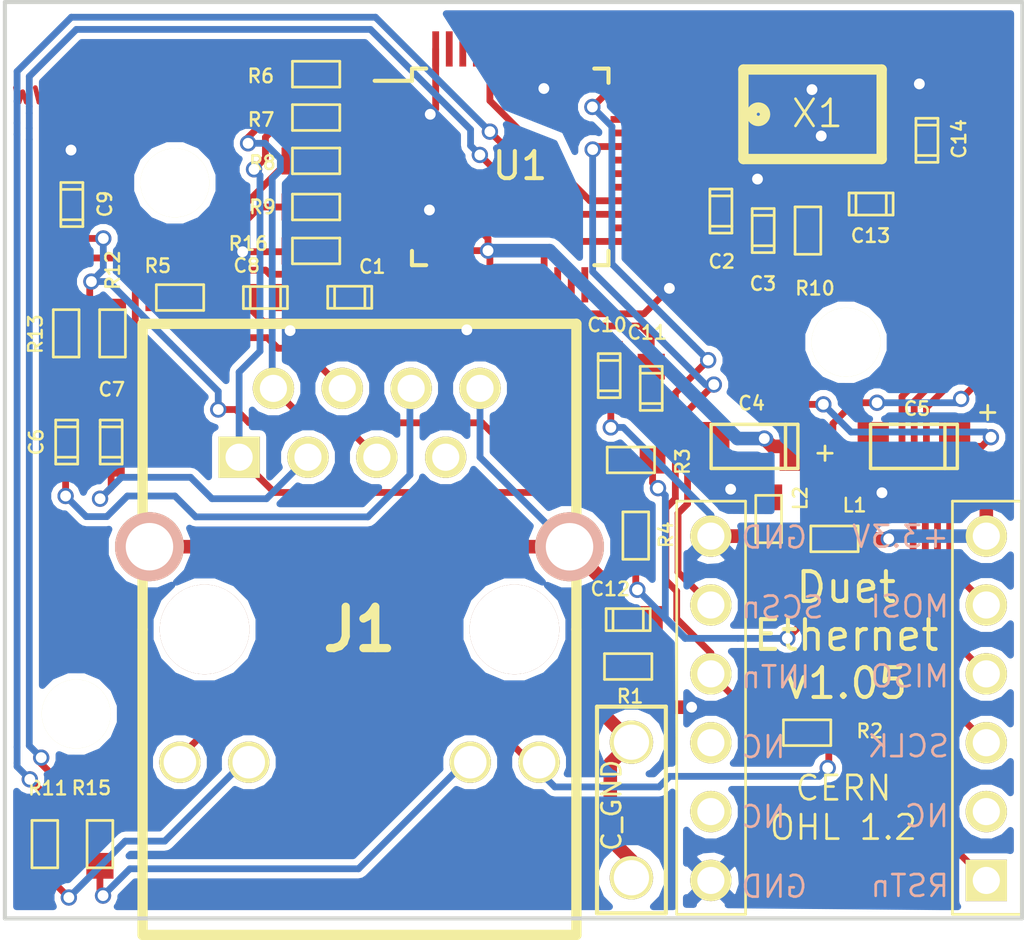
<source format=kicad_pcb>
(kicad_pcb (version 4) (host pcbnew 4.0.2-stable)

  (general
    (links 98)
    (no_connects 0)
    (area 90.81 67.924999 163.730953 121.86)
    (thickness 1.6)
    (drawings 32)
    (tracks 519)
    (zones 0)
    (modules 36)
    (nets 33)
  )

  (page A4)
  (title_block
    (title "DuetEthernet Module")
    (date 2017-02-28)
    (rev 1.05)
    (company "Think3dPrint3d and Escher3d")
  )

  (layers
    (0 F.Cu signal)
    (31 B.Cu signal)
    (32 B.Adhes user)
    (33 F.Adhes user)
    (34 B.Paste user)
    (35 F.Paste user)
    (36 B.SilkS user)
    (37 F.SilkS user)
    (38 B.Mask user)
    (39 F.Mask user)
    (40 Dwgs.User user)
    (41 Cmts.User user hide)
    (42 Eco1.User user)
    (43 Eco2.User user hide)
    (44 Edge.Cuts user)
    (45 Margin user)
    (46 B.CrtYd user)
    (47 F.CrtYd user)
    (48 B.Fab user hide)
    (49 F.Fab user hide)
  )

  (setup
    (last_trace_width 0.25)
    (user_trace_width 0.2)
    (user_trace_width 0.25)
    (user_trace_width 0.4)
    (user_trace_width 0.5)
    (trace_clearance 0.2)
    (zone_clearance 0.23)
    (zone_45_only yes)
    (trace_min 0.2)
    (segment_width 0.2)
    (edge_width 0.15)
    (via_size 0.6)
    (via_drill 0.4)
    (via_min_size 0.4)
    (via_min_drill 0.3)
    (uvia_size 0.3)
    (uvia_drill 0.1)
    (uvias_allowed no)
    (uvia_min_size 0.2)
    (uvia_min_drill 0.1)
    (pcb_text_width 0.3)
    (pcb_text_size 1.5 1.5)
    (mod_edge_width 0.15)
    (mod_text_size 1 1)
    (mod_text_width 0.15)
    (pad_size 4.20116 4.20116)
    (pad_drill 4.20116)
    (pad_to_mask_clearance 0.2)
    (aux_axis_origin 0 0)
    (visible_elements 7FFFFF7F)
    (pcbplotparams
      (layerselection 0x110f8_80000001)
      (usegerberextensions false)
      (excludeedgelayer true)
      (linewidth 0.100000)
      (plotframeref false)
      (viasonmask false)
      (mode 1)
      (useauxorigin false)
      (hpglpennumber 1)
      (hpglpenspeed 20)
      (hpglpendiameter 15)
      (hpglpenoverlay 2)
      (psnegative false)
      (psa4output false)
      (plotreference true)
      (plotvalue true)
      (plotinvisibletext false)
      (padsonsilk false)
      (subtractmaskfromsilk false)
      (outputformat 1)
      (mirror false)
      (drillshape 0)
      (scaleselection 1)
      (outputdirectory DuetEthernetCAM))
  )

  (net 0 "")
  (net 1 +3V3)
  (net 2 GND)
  (net 3 "Net-(C6-Pad1)")
  (net 4 "Net-(C6-Pad2)")
  (net 5 "Net-(C7-Pad1)")
  (net 6 "Net-(C7-Pad2)")
  (net 7 "Net-(C8-Pad1)")
  (net 8 "Net-(C9-Pad1)")
  (net 9 "Net-(C10-Pad1)")
  (net 10 "Net-(C11-Pad1)")
  (net 11 "Net-(C12-Pad2)")
  (net 12 "Net-(C13-Pad1)")
  (net 13 "Net-(C14-Pad1)")
  (net 14 "Net-(J1-Pad2)")
  (net 15 "Net-(J1-Pad1)")
  (net 16 INTn)
  (net 17 SCSn)
  (net 18 MOSI)
  (net 19 RSTn)
  (net 20 SCLK)
  (net 21 MISO)
  (net 22 "Net-(R6-Pad2)")
  (net 23 "Net-(R7-Pad2)")
  (net 24 "Net-(R8-Pad2)")
  (net 25 "Net-(R9-Pad2)")
  (net 26 "Net-(J1-Pad10)")
  (net 27 ACTLED)
  (net 28 "Net-(J1-Pad11)")
  (net 29 LINKLED)
  (net 30 "Net-(R16-Pad2)")
  (net 31 AGND)
  (net 32 +3V3_A)

  (net_class Default "This is the default net class."
    (clearance 0.2)
    (trace_width 0.25)
    (via_dia 0.6)
    (via_drill 0.4)
    (uvia_dia 0.3)
    (uvia_drill 0.1)
    (add_net +3V3)
    (add_net +3V3_A)
    (add_net ACTLED)
    (add_net AGND)
    (add_net GND)
    (add_net INTn)
    (add_net LINKLED)
    (add_net MISO)
    (add_net MOSI)
    (add_net "Net-(C10-Pad1)")
    (add_net "Net-(C11-Pad1)")
    (add_net "Net-(C12-Pad2)")
    (add_net "Net-(C13-Pad1)")
    (add_net "Net-(C14-Pad1)")
    (add_net "Net-(C6-Pad1)")
    (add_net "Net-(C6-Pad2)")
    (add_net "Net-(C7-Pad1)")
    (add_net "Net-(C7-Pad2)")
    (add_net "Net-(C8-Pad1)")
    (add_net "Net-(C9-Pad1)")
    (add_net "Net-(J1-Pad1)")
    (add_net "Net-(J1-Pad10)")
    (add_net "Net-(J1-Pad11)")
    (add_net "Net-(J1-Pad2)")
    (add_net "Net-(R16-Pad2)")
    (add_net "Net-(R6-Pad2)")
    (add_net "Net-(R7-Pad2)")
    (add_net "Net-(R8-Pad2)")
    (add_net "Net-(R9-Pad2)")
    (add_net RSTn)
    (add_net SCLK)
    (add_net SCSn)
  )

  (net_class 0.5 ""
    (clearance 0.2)
    (trace_width 0.5)
    (via_dia 0.6)
    (via_drill 0.4)
    (uvia_dia 0.3)
    (uvia_drill 0.1)
  )

  (module complib:R_0603 (layer F.Cu) (tedit 5873F281) (tstamp 586C0419)
    (at 138.6 87.8)
    (path /586D6AF5)
    (attr smd)
    (fp_text reference L1 (at 0.74 -1.24) (layer F.SilkS)
      (effects (font (size 0.5 0.5) (thickness 0.09)))
    )
    (fp_text value L_MINI (at 0 0.24892) (layer F.SilkS) hide
      (effects (font (size 0.20066 0.20066) (thickness 0.0508)))
    )
    (fp_line (start -0.87376 -0.47498) (end 0.87376 -0.47498) (layer F.SilkS) (width 0.1))
    (fp_line (start 0.87376 -0.47498) (end 0.87376 0.47498) (layer F.SilkS) (width 0.1))
    (fp_line (start 0.87376 0.47498) (end -0.87376 0.47498) (layer F.SilkS) (width 0.1))
    (fp_line (start -0.87376 0.47498) (end -0.87376 -0.47498) (layer F.SilkS) (width 0.1))
    (pad 1 smd rect (at -0.8001 0) (size 0.94996 1.00076) (layers F.Cu F.Paste F.Mask)
      (net 32 +3V3_A))
    (pad 2 smd rect (at 0.8001 0) (size 0.94996 1.00076) (layers F.Cu F.Paste F.Mask)
      (net 1 +3V3))
    (model smd\resistors\R0603.wrl
      (at (xyz 0 0 0.001))
      (scale (xyz 0.5 0.5 0.5))
      (rotate (xyz 0 0 0))
    )
  )

  (module complib:R_0603 (layer F.Cu) (tedit 5873F27D) (tstamp 586C0423)
    (at 136.17 87.07 270)
    (path /586D66E7)
    (attr smd)
    (fp_text reference L2 (at -0.77 -1.17 270) (layer F.SilkS)
      (effects (font (size 0.5 0.5) (thickness 0.09)))
    )
    (fp_text value L_MINI (at 0 0.24892 270) (layer F.SilkS) hide
      (effects (font (size 0.20066 0.20066) (thickness 0.0508)))
    )
    (fp_line (start -0.87376 -0.47498) (end 0.87376 -0.47498) (layer F.SilkS) (width 0.1))
    (fp_line (start 0.87376 -0.47498) (end 0.87376 0.47498) (layer F.SilkS) (width 0.1))
    (fp_line (start 0.87376 0.47498) (end -0.87376 0.47498) (layer F.SilkS) (width 0.1))
    (fp_line (start -0.87376 0.47498) (end -0.87376 -0.47498) (layer F.SilkS) (width 0.1))
    (pad 1 smd rect (at -0.8001 0 270) (size 0.94996 1.00076) (layers F.Cu F.Paste F.Mask)
      (net 31 AGND))
    (pad 2 smd rect (at 0.8001 0 270) (size 0.94996 1.00076) (layers F.Cu F.Paste F.Mask)
      (net 2 GND))
    (model smd\resistors\R0603.wrl
      (at (xyz 0 0 0.001))
      (scale (xyz 0.5 0.5 0.5))
      (rotate (xyz 0 0 0))
    )
  )

  (module complib:R_0603 (layer F.Cu) (tedit 586F0909) (tstamp 586C0437)
    (at 137.59 94.95)
    (path /586D877F)
    (attr smd)
    (fp_text reference R2 (at 2.31 -0.06) (layer F.SilkS)
      (effects (font (size 0.5 0.5) (thickness 0.09)))
    )
    (fp_text value 4K7 (at 0 0.24892) (layer F.SilkS) hide
      (effects (font (size 0.20066 0.20066) (thickness 0.0508)))
    )
    (fp_line (start -0.87376 -0.47498) (end 0.87376 -0.47498) (layer F.SilkS) (width 0.1))
    (fp_line (start 0.87376 -0.47498) (end 0.87376 0.47498) (layer F.SilkS) (width 0.1))
    (fp_line (start 0.87376 0.47498) (end -0.87376 0.47498) (layer F.SilkS) (width 0.1))
    (fp_line (start -0.87376 0.47498) (end -0.87376 -0.47498) (layer F.SilkS) (width 0.1))
    (pad 1 smd rect (at -0.8001 0) (size 0.94996 1.00076) (layers F.Cu F.Paste F.Mask)
      (net 16 INTn))
    (pad 2 smd rect (at 0.8001 0) (size 0.94996 1.00076) (layers F.Cu F.Paste F.Mask)
      (net 1 +3V3))
    (model smd\resistors\R0603.wrl
      (at (xyz 0 0 0.001))
      (scale (xyz 0.5 0.5 0.5))
      (rotate (xyz 0 0 0))
    )
  )

  (module complib:C_0603 (layer F.Cu) (tedit 58750698) (tstamp 586C03C7)
    (at 139.95 75.45 180)
    (descr "SMT capacitor, 0603")
    (path /5866C2E4)
    (attr smd)
    (fp_text reference C13 (at 0.02 -1.17 360) (layer F.SilkS)
      (effects (font (size 0.5 0.5) (thickness 0.09)))
    )
    (fp_text value 18p (at 0 0 180) (layer F.SilkS) hide
      (effects (font (size 0.20066 0.20066) (thickness 0.04064)))
    )
    (fp_line (start 0.5588 0.4064) (end 0.5588 -0.4064) (layer F.SilkS) (width 0.1))
    (fp_line (start -0.5588 -0.381) (end -0.5588 0.4064) (layer F.SilkS) (width 0.1))
    (fp_line (start -0.8128 -0.4064) (end 0.8128 -0.4064) (layer F.SilkS) (width 0.1))
    (fp_line (start 0.8128 -0.4064) (end 0.8128 0.4064) (layer F.SilkS) (width 0.1))
    (fp_line (start 0.8128 0.4064) (end -0.8128 0.4064) (layer F.SilkS) (width 0.1))
    (fp_line (start -0.8128 0.4064) (end -0.8128 -0.4064) (layer F.SilkS) (width 0.1))
    (pad 1 smd rect (at 0.8001 0 180) (size 0.94996 1.00076) (layers F.Cu F.Paste F.Mask)
      (net 12 "Net-(C13-Pad1)"))
    (pad 2 smd rect (at -0.8001 0 180) (size 0.94996 1.00076) (layers F.Cu F.Paste F.Mask)
      (net 2 GND))
    (model smd/capacitors/c_0603.wrl
      (at (xyz 0 0 0))
      (scale (xyz 1 1 1))
      (rotate (xyz 0 0 0))
    )
  )

  (module complib:R_0603 (layer F.Cu) (tedit 5891223D) (tstamp 586C04C3)
    (at 119.48 77.18)
    (path /586CAC62)
    (attr smd)
    (fp_text reference R16 (at -2.5 -0.27 180) (layer F.SilkS)
      (effects (font (size 0.5 0.5) (thickness 0.09)))
    )
    (fp_text value 12K4 (at 0 0.24892) (layer F.SilkS) hide
      (effects (font (size 0.20066 0.20066) (thickness 0.0508)))
    )
    (fp_line (start -0.87376 -0.47498) (end 0.87376 -0.47498) (layer F.SilkS) (width 0.1))
    (fp_line (start 0.87376 -0.47498) (end 0.87376 0.47498) (layer F.SilkS) (width 0.1))
    (fp_line (start 0.87376 0.47498) (end -0.87376 0.47498) (layer F.SilkS) (width 0.1))
    (fp_line (start -0.87376 0.47498) (end -0.87376 -0.47498) (layer F.SilkS) (width 0.1))
    (pad 1 smd rect (at -0.8001 0) (size 0.94996 1.00076) (layers F.Cu F.Paste F.Mask)
      (net 31 AGND))
    (pad 2 smd rect (at 0.8001 0) (size 0.94996 1.00076) (layers F.Cu F.Paste F.Mask)
      (net 30 "Net-(R16-Pad2)"))
    (model smd\resistors\R0603.wrl
      (at (xyz 0 0 0.001))
      (scale (xyz 0.5 0.5 0.5))
      (rotate (xyz 0 0 0))
    )
  )

  (module complib:C_0603 (layer F.Cu) (tedit 5874DF7E) (tstamp 586C0397)
    (at 110.47 75.47 270)
    (descr "SMT capacitor, 0603")
    (path /5866EB70)
    (attr smd)
    (fp_text reference C9 (at -0.02 -1.22 270) (layer F.SilkS)
      (effects (font (size 0.5 0.5) (thickness 0.09)))
    )
    (fp_text value 10n (at 0 0 270) (layer F.SilkS) hide
      (effects (font (size 0.20066 0.20066) (thickness 0.04064)))
    )
    (fp_line (start 0.5588 0.4064) (end 0.5588 -0.4064) (layer F.SilkS) (width 0.1))
    (fp_line (start -0.5588 -0.381) (end -0.5588 0.4064) (layer F.SilkS) (width 0.1))
    (fp_line (start -0.8128 -0.4064) (end 0.8128 -0.4064) (layer F.SilkS) (width 0.1))
    (fp_line (start 0.8128 -0.4064) (end 0.8128 0.4064) (layer F.SilkS) (width 0.1))
    (fp_line (start 0.8128 0.4064) (end -0.8128 0.4064) (layer F.SilkS) (width 0.1))
    (fp_line (start -0.8128 0.4064) (end -0.8128 -0.4064) (layer F.SilkS) (width 0.1))
    (pad 1 smd rect (at 0.8001 0 270) (size 0.94996 1.00076) (layers F.Cu F.Paste F.Mask)
      (net 8 "Net-(C9-Pad1)"))
    (pad 2 smd rect (at -0.8001 0 270) (size 0.94996 1.00076) (layers F.Cu F.Paste F.Mask)
      (net 31 AGND))
    (model smd/capacitors/c_0603.wrl
      (at (xyz 0 0 0))
      (scale (xyz 1 1 1))
      (rotate (xyz 0 0 0))
    )
  )

  (module complib:C_0603 (layer F.Cu) (tedit 5874E641) (tstamp 586C0337)
    (at 120.72 78.89 180)
    (descr "SMT capacitor, 0603")
    (path /5866B987)
    (attr smd)
    (fp_text reference C1 (at -0.83 1.13 180) (layer F.SilkS)
      (effects (font (size 0.5 0.5) (thickness 0.09)))
    )
    (fp_text value 0u1 (at 0 0 180) (layer F.SilkS) hide
      (effects (font (size 0.20066 0.20066) (thickness 0.04064)))
    )
    (fp_line (start 0.5588 0.4064) (end 0.5588 -0.4064) (layer F.SilkS) (width 0.1))
    (fp_line (start -0.5588 -0.381) (end -0.5588 0.4064) (layer F.SilkS) (width 0.1))
    (fp_line (start -0.8128 -0.4064) (end 0.8128 -0.4064) (layer F.SilkS) (width 0.1))
    (fp_line (start 0.8128 -0.4064) (end 0.8128 0.4064) (layer F.SilkS) (width 0.1))
    (fp_line (start 0.8128 0.4064) (end -0.8128 0.4064) (layer F.SilkS) (width 0.1))
    (fp_line (start -0.8128 0.4064) (end -0.8128 -0.4064) (layer F.SilkS) (width 0.1))
    (pad 1 smd rect (at 0.8001 0 180) (size 0.94996 1.00076) (layers F.Cu F.Paste F.Mask)
      (net 32 +3V3_A))
    (pad 2 smd rect (at -0.8001 0 180) (size 0.94996 1.00076) (layers F.Cu F.Paste F.Mask)
      (net 31 AGND))
    (model smd/capacitors/c_0603.wrl
      (at (xyz 0 0 0))
      (scale (xyz 1 1 1))
      (rotate (xyz 0 0 0))
    )
  )

  (module complib:C_0603 (layer F.Cu) (tedit 58750667) (tstamp 586C0343)
    (at 134.41 75.71 270)
    (descr "SMT capacitor, 0603")
    (path /5866B91C)
    (attr smd)
    (fp_text reference C2 (at 1.86 -0.03 360) (layer F.SilkS)
      (effects (font (size 0.5 0.5) (thickness 0.09)))
    )
    (fp_text value 0u1 (at 0 0 270) (layer F.SilkS) hide
      (effects (font (size 0.20066 0.20066) (thickness 0.04064)))
    )
    (fp_line (start 0.5588 0.4064) (end 0.5588 -0.4064) (layer F.SilkS) (width 0.1))
    (fp_line (start -0.5588 -0.381) (end -0.5588 0.4064) (layer F.SilkS) (width 0.1))
    (fp_line (start -0.8128 -0.4064) (end 0.8128 -0.4064) (layer F.SilkS) (width 0.1))
    (fp_line (start 0.8128 -0.4064) (end 0.8128 0.4064) (layer F.SilkS) (width 0.1))
    (fp_line (start 0.8128 0.4064) (end -0.8128 0.4064) (layer F.SilkS) (width 0.1))
    (fp_line (start -0.8128 0.4064) (end -0.8128 -0.4064) (layer F.SilkS) (width 0.1))
    (pad 1 smd rect (at 0.8001 0 270) (size 0.94996 1.00076) (layers F.Cu F.Paste F.Mask)
      (net 1 +3V3))
    (pad 2 smd rect (at -0.8001 0 270) (size 0.94996 1.00076) (layers F.Cu F.Paste F.Mask)
      (net 2 GND))
    (model smd/capacitors/c_0603.wrl
      (at (xyz 0 0 0))
      (scale (xyz 1 1 1))
      (rotate (xyz 0 0 0))
    )
  )

  (module complib:C_0603 (layer F.Cu) (tedit 5875065D) (tstamp 586C034F)
    (at 135.97 76.43 270)
    (descr "SMT capacitor, 0603")
    (path /5866B94D)
    (attr smd)
    (fp_text reference C3 (at 1.96 0.01 540) (layer F.SilkS)
      (effects (font (size 0.5 0.5) (thickness 0.09)))
    )
    (fp_text value 0u1 (at 0 0 270) (layer F.SilkS) hide
      (effects (font (size 0.20066 0.20066) (thickness 0.04064)))
    )
    (fp_line (start 0.5588 0.4064) (end 0.5588 -0.4064) (layer F.SilkS) (width 0.1))
    (fp_line (start -0.5588 -0.381) (end -0.5588 0.4064) (layer F.SilkS) (width 0.1))
    (fp_line (start -0.8128 -0.4064) (end 0.8128 -0.4064) (layer F.SilkS) (width 0.1))
    (fp_line (start 0.8128 -0.4064) (end 0.8128 0.4064) (layer F.SilkS) (width 0.1))
    (fp_line (start 0.8128 0.4064) (end -0.8128 0.4064) (layer F.SilkS) (width 0.1))
    (fp_line (start -0.8128 0.4064) (end -0.8128 -0.4064) (layer F.SilkS) (width 0.1))
    (pad 1 smd rect (at 0.8001 0 270) (size 0.94996 1.00076) (layers F.Cu F.Paste F.Mask)
      (net 1 +3V3))
    (pad 2 smd rect (at -0.8001 0 270) (size 0.94996 1.00076) (layers F.Cu F.Paste F.Mask)
      (net 2 GND))
    (model smd/capacitors/c_0603.wrl
      (at (xyz 0 0 0))
      (scale (xyz 1 1 1))
      (rotate (xyz 0 0 0))
    )
  )

  (module complib:C_1206_pol (layer F.Cu) (tedit 5874F24E) (tstamp 586C035B)
    (at 135.65 84.39)
    (descr "SMT capacitor, 1206")
    (path /586ECC61)
    (attr smd)
    (fp_text reference C4 (at -0.11 -1.59) (layer F.SilkS)
      (effects (font (size 0.50038 0.50038) (thickness 0.09)))
    )
    (fp_text value 10uF/16V (at 0 0.0508) (layer F.SilkS) hide
      (effects (font (size 0.50038 0.50038) (thickness 0.11938)))
    )
    (fp_text user + (at 2.6 0.2) (layer F.SilkS)
      (effects (font (size 0.7 0.7) (thickness 0.1)))
    )
    (fp_line (start 1.143 0.8128) (end 1.143 -0.8128) (layer F.SilkS) (width 0.127))
    (fp_line (start -1.6002 -0.8128) (end -1.6002 0.8128) (layer F.SilkS) (width 0.127))
    (fp_line (start -1.6002 0.8128) (end 1.6002 0.8128) (layer F.SilkS) (width 0.127))
    (fp_line (start 1.6002 0.8128) (end 1.6002 -0.8128) (layer F.SilkS) (width 0.127))
    (fp_line (start 1.6002 -0.8128) (end -1.6002 -0.8128) (layer F.SilkS) (width 0.127))
    (pad 1 smd rect (at 1.50114 0) (size 1.15062 1.80086) (layers F.Cu F.Paste F.Mask)
      (net 32 +3V3_A))
    (pad 2 smd rect (at -1.50114 0) (size 1.15062 1.80086) (layers F.Cu F.Paste F.Mask)
      (net 31 AGND))
    (model smd/capacitors/c_1206.wrl
      (at (xyz 0 0 0))
      (scale (xyz 1 1 1))
      (rotate (xyz 0 0 0))
    )
  )

  (module complib:C_1206_pol (layer F.Cu) (tedit 5891C23E) (tstamp 586C0367)
    (at 141.53 84.39)
    (descr "SMT capacitor, 1206")
    (path /586ED1A6)
    (attr smd)
    (fp_text reference C5 (at 0.11 -1.39 180) (layer F.SilkS)
      (effects (font (size 0.50038 0.50038) (thickness 0.09)))
    )
    (fp_text value 10uF/16V (at 0 0.0508) (layer F.SilkS) hide
      (effects (font (size 0.50038 0.50038) (thickness 0.11938)))
    )
    (fp_text user + (at 2.67 -1.25 90) (layer F.SilkS)
      (effects (font (size 0.7 0.7) (thickness 0.1)))
    )
    (fp_line (start 1.143 0.8128) (end 1.143 -0.8128) (layer F.SilkS) (width 0.127))
    (fp_line (start -1.6002 -0.8128) (end -1.6002 0.8128) (layer F.SilkS) (width 0.127))
    (fp_line (start -1.6002 0.8128) (end 1.6002 0.8128) (layer F.SilkS) (width 0.127))
    (fp_line (start 1.6002 0.8128) (end 1.6002 -0.8128) (layer F.SilkS) (width 0.127))
    (fp_line (start 1.6002 -0.8128) (end -1.6002 -0.8128) (layer F.SilkS) (width 0.127))
    (pad 1 smd rect (at 1.50114 0) (size 1.15062 1.80086) (layers F.Cu F.Paste F.Mask)
      (net 1 +3V3))
    (pad 2 smd rect (at -1.50114 0) (size 1.15062 1.80086) (layers F.Cu F.Paste F.Mask)
      (net 2 GND))
    (model smd/capacitors/c_1206.wrl
      (at (xyz 0 0 0))
      (scale (xyz 1 1 1))
      (rotate (xyz 0 0 0))
    )
  )

  (module complib:C_0603 (layer F.Cu) (tedit 5874F1D9) (tstamp 586C0373)
    (at 110.28 84.23 90)
    (descr "SMT capacitor, 0603")
    (path /5866DFDC)
    (attr smd)
    (fp_text reference C6 (at 0 -1.12 90) (layer F.SilkS)
      (effects (font (size 0.5 0.5) (thickness 0.09)))
    )
    (fp_text value 6n8 (at 0 0 90) (layer F.SilkS) hide
      (effects (font (size 0.20066 0.20066) (thickness 0.04064)))
    )
    (fp_line (start 0.5588 0.4064) (end 0.5588 -0.4064) (layer F.SilkS) (width 0.1))
    (fp_line (start -0.5588 -0.381) (end -0.5588 0.4064) (layer F.SilkS) (width 0.1))
    (fp_line (start -0.8128 -0.4064) (end 0.8128 -0.4064) (layer F.SilkS) (width 0.1))
    (fp_line (start 0.8128 -0.4064) (end 0.8128 0.4064) (layer F.SilkS) (width 0.1))
    (fp_line (start 0.8128 0.4064) (end -0.8128 0.4064) (layer F.SilkS) (width 0.1))
    (fp_line (start -0.8128 0.4064) (end -0.8128 -0.4064) (layer F.SilkS) (width 0.1))
    (pad 1 smd rect (at 0.8001 0 90) (size 0.94996 1.00076) (layers F.Cu F.Paste F.Mask)
      (net 3 "Net-(C6-Pad1)"))
    (pad 2 smd rect (at -0.8001 0 90) (size 0.94996 1.00076) (layers F.Cu F.Paste F.Mask)
      (net 4 "Net-(C6-Pad2)"))
    (model smd/capacitors/c_0603.wrl
      (at (xyz 0 0 0))
      (scale (xyz 1 1 1))
      (rotate (xyz 0 0 0))
    )
  )

  (module complib:C_0603 (layer F.Cu) (tedit 5874F1D4) (tstamp 586C037F)
    (at 111.92 84.23 90)
    (descr "SMT capacitor, 0603")
    (path /5866E6AD)
    (attr smd)
    (fp_text reference C7 (at 1.94 0.02 180) (layer F.SilkS)
      (effects (font (size 0.5 0.5) (thickness 0.09)))
    )
    (fp_text value 6n8 (at 0 0 90) (layer F.SilkS) hide
      (effects (font (size 0.20066 0.20066) (thickness 0.04064)))
    )
    (fp_line (start 0.5588 0.4064) (end 0.5588 -0.4064) (layer F.SilkS) (width 0.1))
    (fp_line (start -0.5588 -0.381) (end -0.5588 0.4064) (layer F.SilkS) (width 0.1))
    (fp_line (start -0.8128 -0.4064) (end 0.8128 -0.4064) (layer F.SilkS) (width 0.1))
    (fp_line (start 0.8128 -0.4064) (end 0.8128 0.4064) (layer F.SilkS) (width 0.1))
    (fp_line (start 0.8128 0.4064) (end -0.8128 0.4064) (layer F.SilkS) (width 0.1))
    (fp_line (start -0.8128 0.4064) (end -0.8128 -0.4064) (layer F.SilkS) (width 0.1))
    (pad 1 smd rect (at 0.8001 0 90) (size 0.94996 1.00076) (layers F.Cu F.Paste F.Mask)
      (net 5 "Net-(C7-Pad1)"))
    (pad 2 smd rect (at -0.8001 0 90) (size 0.94996 1.00076) (layers F.Cu F.Paste F.Mask)
      (net 6 "Net-(C7-Pad2)"))
    (model smd/capacitors/c_0603.wrl
      (at (xyz 0 0 0))
      (scale (xyz 1 1 1))
      (rotate (xyz 0 0 0))
    )
  )

  (module complib:C_0603 (layer F.Cu) (tedit 58912242) (tstamp 586C038B)
    (at 117.61 78.9)
    (descr "SMT capacitor, 0603")
    (path /5866F4A2)
    (attr smd)
    (fp_text reference C8 (at -0.69 -1.18) (layer F.SilkS)
      (effects (font (size 0.5 0.5) (thickness 0.09)))
    )
    (fp_text value 22n (at 0 0) (layer F.SilkS) hide
      (effects (font (size 0.20066 0.20066) (thickness 0.04064)))
    )
    (fp_line (start 0.5588 0.4064) (end 0.5588 -0.4064) (layer F.SilkS) (width 0.1))
    (fp_line (start -0.5588 -0.381) (end -0.5588 0.4064) (layer F.SilkS) (width 0.1))
    (fp_line (start -0.8128 -0.4064) (end 0.8128 -0.4064) (layer F.SilkS) (width 0.1))
    (fp_line (start 0.8128 -0.4064) (end 0.8128 0.4064) (layer F.SilkS) (width 0.1))
    (fp_line (start 0.8128 0.4064) (end -0.8128 0.4064) (layer F.SilkS) (width 0.1))
    (fp_line (start -0.8128 0.4064) (end -0.8128 -0.4064) (layer F.SilkS) (width 0.1))
    (pad 1 smd rect (at 0.8001 0) (size 0.94996 1.00076) (layers F.Cu F.Paste F.Mask)
      (net 7 "Net-(C8-Pad1)"))
    (pad 2 smd rect (at -0.8001 0) (size 0.94996 1.00076) (layers F.Cu F.Paste F.Mask)
      (net 31 AGND))
    (model smd/capacitors/c_0603.wrl
      (at (xyz 0 0 0))
      (scale (xyz 1 1 1))
      (rotate (xyz 0 0 0))
    )
  )

  (module complib:C_0603 (layer F.Cu) (tedit 5875067E) (tstamp 586C03A3)
    (at 130.29 81.78 90)
    (descr "SMT capacitor, 0603")
    (path /5866BFF5)
    (attr smd)
    (fp_text reference C10 (at 1.87 -0.08 360) (layer F.SilkS)
      (effects (font (size 0.5 0.5) (thickness 0.09)))
    )
    (fp_text value 4u7 (at 0 0 90) (layer F.SilkS) hide
      (effects (font (size 0.20066 0.20066) (thickness 0.04064)))
    )
    (fp_line (start 0.5588 0.4064) (end 0.5588 -0.4064) (layer F.SilkS) (width 0.1))
    (fp_line (start -0.5588 -0.381) (end -0.5588 0.4064) (layer F.SilkS) (width 0.1))
    (fp_line (start -0.8128 -0.4064) (end 0.8128 -0.4064) (layer F.SilkS) (width 0.1))
    (fp_line (start 0.8128 -0.4064) (end 0.8128 0.4064) (layer F.SilkS) (width 0.1))
    (fp_line (start 0.8128 0.4064) (end -0.8128 0.4064) (layer F.SilkS) (width 0.1))
    (fp_line (start -0.8128 0.4064) (end -0.8128 -0.4064) (layer F.SilkS) (width 0.1))
    (pad 1 smd rect (at 0.8001 0 90) (size 0.94996 1.00076) (layers F.Cu F.Paste F.Mask)
      (net 9 "Net-(C10-Pad1)"))
    (pad 2 smd rect (at -0.8001 0 90) (size 0.94996 1.00076) (layers F.Cu F.Paste F.Mask)
      (net 2 GND))
    (model smd/capacitors/c_0603.wrl
      (at (xyz 0 0 0))
      (scale (xyz 1 1 1))
      (rotate (xyz 0 0 0))
    )
  )

  (module complib:C_0603 (layer F.Cu) (tedit 5875066F) (tstamp 586C03AF)
    (at 131.84 82.25 90)
    (descr "SMT capacitor, 0603")
    (path /5866BABD)
    (attr smd)
    (fp_text reference C11 (at 2.06 -0.15 180) (layer F.SilkS)
      (effects (font (size 0.5 0.5) (thickness 0.09)))
    )
    (fp_text value 10n (at 0 0 90) (layer F.SilkS) hide
      (effects (font (size 0.20066 0.20066) (thickness 0.04064)))
    )
    (fp_line (start 0.5588 0.4064) (end 0.5588 -0.4064) (layer F.SilkS) (width 0.1))
    (fp_line (start -0.5588 -0.381) (end -0.5588 0.4064) (layer F.SilkS) (width 0.1))
    (fp_line (start -0.8128 -0.4064) (end 0.8128 -0.4064) (layer F.SilkS) (width 0.1))
    (fp_line (start 0.8128 -0.4064) (end 0.8128 0.4064) (layer F.SilkS) (width 0.1))
    (fp_line (start 0.8128 0.4064) (end -0.8128 0.4064) (layer F.SilkS) (width 0.1))
    (fp_line (start -0.8128 0.4064) (end -0.8128 -0.4064) (layer F.SilkS) (width 0.1))
    (pad 1 smd rect (at 0.8001 0 90) (size 0.94996 1.00076) (layers F.Cu F.Paste F.Mask)
      (net 10 "Net-(C11-Pad1)"))
    (pad 2 smd rect (at -0.8001 0 90) (size 0.94996 1.00076) (layers F.Cu F.Paste F.Mask)
      (net 2 GND))
    (model smd/capacitors/c_0603.wrl
      (at (xyz 0 0 0))
      (scale (xyz 1 1 1))
      (rotate (xyz 0 0 0))
    )
  )

  (module complib:C_0603 (layer F.Cu) (tedit 58B5C6B1) (tstamp 586C03BB)
    (at 130.99 90.78)
    (descr "SMT capacitor, 0603")
    (path /586BDA20)
    (attr smd)
    (fp_text reference C12 (at -0.66 -1.13 180) (layer F.SilkS)
      (effects (font (size 0.5 0.5) (thickness 0.09)))
    )
    (fp_text value "0u01 +200V" (at 0 0) (layer F.SilkS) hide
      (effects (font (size 0.20066 0.20066) (thickness 0.04064)))
    )
    (fp_line (start 0.5588 0.4064) (end 0.5588 -0.4064) (layer F.SilkS) (width 0.1))
    (fp_line (start -0.5588 -0.381) (end -0.5588 0.4064) (layer F.SilkS) (width 0.1))
    (fp_line (start -0.8128 -0.4064) (end 0.8128 -0.4064) (layer F.SilkS) (width 0.1))
    (fp_line (start 0.8128 -0.4064) (end 0.8128 0.4064) (layer F.SilkS) (width 0.1))
    (fp_line (start 0.8128 0.4064) (end -0.8128 0.4064) (layer F.SilkS) (width 0.1))
    (fp_line (start -0.8128 0.4064) (end -0.8128 -0.4064) (layer F.SilkS) (width 0.1))
    (pad 1 smd rect (at 0.8001 0) (size 0.94996 1.00076) (layers F.Cu F.Paste F.Mask)
      (net 2 GND))
    (pad 2 smd rect (at -0.8001 0) (size 0.94996 1.00076) (layers F.Cu F.Paste F.Mask)
      (net 11 "Net-(C12-Pad2)"))
    (model smd/capacitors/c_0603.wrl
      (at (xyz 0 0 0))
      (scale (xyz 1 1 1))
      (rotate (xyz 0 0 0))
    )
  )

  (module complib:C_0603 (layer F.Cu) (tedit 586F08D1) (tstamp 586C03D3)
    (at 142.01 73.1 270)
    (descr "SMT capacitor, 0603")
    (path /5866C0BE)
    (attr smd)
    (fp_text reference C14 (at -0.05 -1.185399 270) (layer F.SilkS)
      (effects (font (size 0.5 0.5) (thickness 0.09)))
    )
    (fp_text value 18p (at 0 0 270) (layer F.SilkS) hide
      (effects (font (size 0.20066 0.20066) (thickness 0.04064)))
    )
    (fp_line (start 0.5588 0.4064) (end 0.5588 -0.4064) (layer F.SilkS) (width 0.1))
    (fp_line (start -0.5588 -0.381) (end -0.5588 0.4064) (layer F.SilkS) (width 0.1))
    (fp_line (start -0.8128 -0.4064) (end 0.8128 -0.4064) (layer F.SilkS) (width 0.1))
    (fp_line (start 0.8128 -0.4064) (end 0.8128 0.4064) (layer F.SilkS) (width 0.1))
    (fp_line (start 0.8128 0.4064) (end -0.8128 0.4064) (layer F.SilkS) (width 0.1))
    (fp_line (start -0.8128 0.4064) (end -0.8128 -0.4064) (layer F.SilkS) (width 0.1))
    (pad 1 smd rect (at 0.8001 0 270) (size 0.94996 1.00076) (layers F.Cu F.Paste F.Mask)
      (net 13 "Net-(C14-Pad1)"))
    (pad 2 smd rect (at -0.8001 0 270) (size 0.94996 1.00076) (layers F.Cu F.Paste F.Mask)
      (net 2 GND))
    (model smd/capacitors/c_0603.wrl
      (at (xyz 0 0 0))
      (scale (xyz 1 1 1))
      (rotate (xyz 0 0 0))
    )
  )

  (module complib:R_0603 (layer F.Cu) (tedit 5873F277) (tstamp 586C0441)
    (at 131.09 84.89)
    (path /5866DA09)
    (attr smd)
    (fp_text reference R3 (at 1.91 0.06 90) (layer F.SilkS)
      (effects (font (size 0.5 0.5) (thickness 0.09)))
    )
    (fp_text value 49R9 (at 0 0.24892) (layer F.SilkS) hide
      (effects (font (size 0.20066 0.20066) (thickness 0.0508)))
    )
    (fp_line (start -0.87376 -0.47498) (end 0.87376 -0.47498) (layer F.SilkS) (width 0.1))
    (fp_line (start 0.87376 -0.47498) (end 0.87376 0.47498) (layer F.SilkS) (width 0.1))
    (fp_line (start 0.87376 0.47498) (end -0.87376 0.47498) (layer F.SilkS) (width 0.1))
    (fp_line (start -0.87376 0.47498) (end -0.87376 -0.47498) (layer F.SilkS) (width 0.1))
    (pad 1 smd rect (at -0.8001 0) (size 0.94996 1.00076) (layers F.Cu F.Paste F.Mask)
      (net 14 "Net-(J1-Pad2)"))
    (pad 2 smd rect (at 0.8001 0) (size 0.94996 1.00076) (layers F.Cu F.Paste F.Mask)
      (net 32 +3V3_A))
    (model smd\resistors\R0603.wrl
      (at (xyz 0 0 0.001))
      (scale (xyz 0.5 0.5 0.5))
      (rotate (xyz 0 0 0))
    )
  )

  (module complib:R_0603 (layer F.Cu) (tedit 5873F5E5) (tstamp 586C044B)
    (at 131.27 87.68 270)
    (path /5866D72F)
    (attr smd)
    (fp_text reference R4 (at -0.03 -1.12 270) (layer F.SilkS)
      (effects (font (size 0.5 0.5) (thickness 0.09)))
    )
    (fp_text value 49R9 (at 0 0.24892 270) (layer F.SilkS) hide
      (effects (font (size 0.20066 0.20066) (thickness 0.0508)))
    )
    (fp_line (start -0.87376 -0.47498) (end 0.87376 -0.47498) (layer F.SilkS) (width 0.1))
    (fp_line (start 0.87376 -0.47498) (end 0.87376 0.47498) (layer F.SilkS) (width 0.1))
    (fp_line (start 0.87376 0.47498) (end -0.87376 0.47498) (layer F.SilkS) (width 0.1))
    (fp_line (start -0.87376 0.47498) (end -0.87376 -0.47498) (layer F.SilkS) (width 0.1))
    (pad 1 smd rect (at -0.8001 0 270) (size 0.94996 1.00076) (layers F.Cu F.Paste F.Mask)
      (net 15 "Net-(J1-Pad1)"))
    (pad 2 smd rect (at 0.8001 0 270) (size 0.94996 1.00076) (layers F.Cu F.Paste F.Mask)
      (net 32 +3V3_A))
    (model smd\resistors\R0603.wrl
      (at (xyz 0 0 0.001))
      (scale (xyz 0.5 0.5 0.5))
      (rotate (xyz 0 0 0))
    )
  )

  (module complib:R_0603 (layer F.Cu) (tedit 5874F1E7) (tstamp 586C0455)
    (at 114.46 78.9 180)
    (path /5866EF47)
    (attr smd)
    (fp_text reference R5 (at 0.82 1.17 180) (layer F.SilkS)
      (effects (font (size 0.5 0.5) (thickness 0.09)))
    )
    (fp_text value 10R (at 0 0.24892 180) (layer F.SilkS) hide
      (effects (font (size 0.20066 0.20066) (thickness 0.0508)))
    )
    (fp_line (start -0.87376 -0.47498) (end 0.87376 -0.47498) (layer F.SilkS) (width 0.1))
    (fp_line (start 0.87376 -0.47498) (end 0.87376 0.47498) (layer F.SilkS) (width 0.1))
    (fp_line (start 0.87376 0.47498) (end -0.87376 0.47498) (layer F.SilkS) (width 0.1))
    (fp_line (start -0.87376 0.47498) (end -0.87376 -0.47498) (layer F.SilkS) (width 0.1))
    (pad 1 smd rect (at -0.8001 0 180) (size 0.94996 1.00076) (layers F.Cu F.Paste F.Mask)
      (net 7 "Net-(C8-Pad1)"))
    (pad 2 smd rect (at 0.8001 0 180) (size 0.94996 1.00076) (layers F.Cu F.Paste F.Mask)
      (net 32 +3V3_A))
    (model smd\resistors\R0603.wrl
      (at (xyz 0 0 0.001))
      (scale (xyz 0.5 0.5 0.5))
      (rotate (xyz 0 0 0))
    )
  )

  (module complib:R_0603 (layer F.Cu) (tedit 58912224) (tstamp 586C045F)
    (at 119.48 70.66)
    (path /5866CB31)
    (attr smd)
    (fp_text reference R6 (at -2.04 0.07) (layer F.SilkS)
      (effects (font (size 0.5 0.5) (thickness 0.09)))
    )
    (fp_text value 33R (at 0 0.24892) (layer F.SilkS) hide
      (effects (font (size 0.20066 0.20066) (thickness 0.0508)))
    )
    (fp_line (start -0.87376 -0.47498) (end 0.87376 -0.47498) (layer F.SilkS) (width 0.1))
    (fp_line (start 0.87376 -0.47498) (end 0.87376 0.47498) (layer F.SilkS) (width 0.1))
    (fp_line (start 0.87376 0.47498) (end -0.87376 0.47498) (layer F.SilkS) (width 0.1))
    (fp_line (start -0.87376 0.47498) (end -0.87376 -0.47498) (layer F.SilkS) (width 0.1))
    (pad 1 smd rect (at -0.8001 0) (size 0.94996 1.00076) (layers F.Cu F.Paste F.Mask)
      (net 14 "Net-(J1-Pad2)"))
    (pad 2 smd rect (at 0.8001 0) (size 0.94996 1.00076) (layers F.Cu F.Paste F.Mask)
      (net 22 "Net-(R6-Pad2)"))
    (model smd\resistors\R0603.wrl
      (at (xyz 0 0 0.001))
      (scale (xyz 0.5 0.5 0.5))
      (rotate (xyz 0 0 0))
    )
  )

  (module complib:R_0603 (layer F.Cu) (tedit 58912227) (tstamp 586C0469)
    (at 119.48 72.26)
    (path /5866D008)
    (attr smd)
    (fp_text reference R7 (at -2.03 0.08) (layer F.SilkS)
      (effects (font (size 0.5 0.5) (thickness 0.09)))
    )
    (fp_text value 33R (at 0 0.24892) (layer F.SilkS) hide
      (effects (font (size 0.20066 0.20066) (thickness 0.0508)))
    )
    (fp_line (start -0.87376 -0.47498) (end 0.87376 -0.47498) (layer F.SilkS) (width 0.1))
    (fp_line (start 0.87376 -0.47498) (end 0.87376 0.47498) (layer F.SilkS) (width 0.1))
    (fp_line (start 0.87376 0.47498) (end -0.87376 0.47498) (layer F.SilkS) (width 0.1))
    (fp_line (start -0.87376 0.47498) (end -0.87376 -0.47498) (layer F.SilkS) (width 0.1))
    (pad 1 smd rect (at -0.8001 0) (size 0.94996 1.00076) (layers F.Cu F.Paste F.Mask)
      (net 15 "Net-(J1-Pad1)"))
    (pad 2 smd rect (at 0.8001 0) (size 0.94996 1.00076) (layers F.Cu F.Paste F.Mask)
      (net 23 "Net-(R7-Pad2)"))
    (model smd\resistors\R0603.wrl
      (at (xyz 0 0 0.001))
      (scale (xyz 0.5 0.5 0.5))
      (rotate (xyz 0 0 0))
    )
  )

  (module complib:R_0603 (layer F.Cu) (tedit 5891222C) (tstamp 586C0473)
    (at 119.48 73.86)
    (path /5866D04D)
    (attr smd)
    (fp_text reference R8 (at -1.98 0.07) (layer F.SilkS)
      (effects (font (size 0.5 0.5) (thickness 0.09)))
    )
    (fp_text value 33R (at 0 0.24892) (layer F.SilkS) hide
      (effects (font (size 0.20066 0.20066) (thickness 0.0508)))
    )
    (fp_line (start -0.87376 -0.47498) (end 0.87376 -0.47498) (layer F.SilkS) (width 0.1))
    (fp_line (start 0.87376 -0.47498) (end 0.87376 0.47498) (layer F.SilkS) (width 0.1))
    (fp_line (start 0.87376 0.47498) (end -0.87376 0.47498) (layer F.SilkS) (width 0.1))
    (fp_line (start -0.87376 0.47498) (end -0.87376 -0.47498) (layer F.SilkS) (width 0.1))
    (pad 1 smd rect (at -0.8001 0) (size 0.94996 1.00076) (layers F.Cu F.Paste F.Mask)
      (net 3 "Net-(C6-Pad1)"))
    (pad 2 smd rect (at 0.8001 0) (size 0.94996 1.00076) (layers F.Cu F.Paste F.Mask)
      (net 24 "Net-(R8-Pad2)"))
    (model smd\resistors\R0603.wrl
      (at (xyz 0 0 0.001))
      (scale (xyz 0.5 0.5 0.5))
      (rotate (xyz 0 0 0))
    )
  )

  (module complib:R_0603 (layer F.Cu) (tedit 58912230) (tstamp 586C047D)
    (at 119.48 75.56)
    (path /5866D091)
    (attr smd)
    (fp_text reference R9 (at -1.98 0) (layer F.SilkS)
      (effects (font (size 0.5 0.5) (thickness 0.09)))
    )
    (fp_text value 33R (at 0 0.24892) (layer F.SilkS) hide
      (effects (font (size 0.20066 0.20066) (thickness 0.0508)))
    )
    (fp_line (start -0.87376 -0.47498) (end 0.87376 -0.47498) (layer F.SilkS) (width 0.1))
    (fp_line (start 0.87376 -0.47498) (end 0.87376 0.47498) (layer F.SilkS) (width 0.1))
    (fp_line (start 0.87376 0.47498) (end -0.87376 0.47498) (layer F.SilkS) (width 0.1))
    (fp_line (start -0.87376 0.47498) (end -0.87376 -0.47498) (layer F.SilkS) (width 0.1))
    (pad 1 smd rect (at -0.8001 0) (size 0.94996 1.00076) (layers F.Cu F.Paste F.Mask)
      (net 5 "Net-(C7-Pad1)"))
    (pad 2 smd rect (at 0.8001 0) (size 0.94996 1.00076) (layers F.Cu F.Paste F.Mask)
      (net 25 "Net-(R9-Pad2)"))
    (model smd\resistors\R0603.wrl
      (at (xyz 0 0 0.001))
      (scale (xyz 0.5 0.5 0.5))
      (rotate (xyz 0 0 0))
    )
  )

  (module complib:R_0603 (layer F.Cu) (tedit 5873F18E) (tstamp 586C0487)
    (at 137.62 76.43 90)
    (path /5866C865)
    (attr smd)
    (fp_text reference R10 (at -2.13 0.26 180) (layer F.SilkS)
      (effects (font (size 0.5 0.5) (thickness 0.09)))
    )
    (fp_text value 1M (at 0 0.24892 90) (layer F.SilkS) hide
      (effects (font (size 0.20066 0.20066) (thickness 0.0508)))
    )
    (fp_line (start -0.87376 -0.47498) (end 0.87376 -0.47498) (layer F.SilkS) (width 0.1))
    (fp_line (start 0.87376 -0.47498) (end 0.87376 0.47498) (layer F.SilkS) (width 0.1))
    (fp_line (start 0.87376 0.47498) (end -0.87376 0.47498) (layer F.SilkS) (width 0.1))
    (fp_line (start -0.87376 0.47498) (end -0.87376 -0.47498) (layer F.SilkS) (width 0.1))
    (pad 1 smd rect (at -0.8001 0 90) (size 0.94996 1.00076) (layers F.Cu F.Paste F.Mask)
      (net 13 "Net-(C14-Pad1)"))
    (pad 2 smd rect (at 0.8001 0 90) (size 0.94996 1.00076) (layers F.Cu F.Paste F.Mask)
      (net 12 "Net-(C13-Pad1)"))
    (model smd\resistors\R0603.wrl
      (at (xyz 0 0 0.001))
      (scale (xyz 0.5 0.5 0.5))
      (rotate (xyz 0 0 0))
    )
  )

  (module complib:R_0603 (layer F.Cu) (tedit 5874F1CB) (tstamp 586C0491)
    (at 109.474 99.06 90)
    (path /5866FC85)
    (attr smd)
    (fp_text reference R11 (at 2.06 0.114 180) (layer F.SilkS)
      (effects (font (size 0.5 0.5) (thickness 0.09)))
    )
    (fp_text value 220R (at 0 0.24892 90) (layer F.SilkS) hide
      (effects (font (size 0.20066 0.20066) (thickness 0.0508)))
    )
    (fp_line (start -0.87376 -0.47498) (end 0.87376 -0.47498) (layer F.SilkS) (width 0.1))
    (fp_line (start 0.87376 -0.47498) (end 0.87376 0.47498) (layer F.SilkS) (width 0.1))
    (fp_line (start 0.87376 0.47498) (end -0.87376 0.47498) (layer F.SilkS) (width 0.1))
    (fp_line (start -0.87376 0.47498) (end -0.87376 -0.47498) (layer F.SilkS) (width 0.1))
    (pad 1 smd rect (at -0.8001 0 90) (size 0.94996 1.00076) (layers F.Cu F.Paste F.Mask)
      (net 26 "Net-(J1-Pad10)"))
    (pad 2 smd rect (at 0.8001 0 90) (size 0.94996 1.00076) (layers F.Cu F.Paste F.Mask)
      (net 27 ACTLED))
    (model smd\resistors\R0603.wrl
      (at (xyz 0 0 0.001))
      (scale (xyz 0.5 0.5 0.5))
      (rotate (xyz 0 0 0))
    )
  )

  (module complib:R_0603 (layer F.Cu) (tedit 5874F1E2) (tstamp 586C049B)
    (at 111.97 80.22 270)
    (path /5866DAAA)
    (attr smd)
    (fp_text reference R12 (at -2.33 -0.01 270) (layer F.SilkS)
      (effects (font (size 0.5 0.5) (thickness 0.09)))
    )
    (fp_text value 49R9 (at 0 0.24892 270) (layer F.SilkS) hide
      (effects (font (size 0.20066 0.20066) (thickness 0.0508)))
    )
    (fp_line (start -0.87376 -0.47498) (end 0.87376 -0.47498) (layer F.SilkS) (width 0.1))
    (fp_line (start 0.87376 -0.47498) (end 0.87376 0.47498) (layer F.SilkS) (width 0.1))
    (fp_line (start 0.87376 0.47498) (end -0.87376 0.47498) (layer F.SilkS) (width 0.1))
    (fp_line (start -0.87376 0.47498) (end -0.87376 -0.47498) (layer F.SilkS) (width 0.1))
    (pad 1 smd rect (at -0.8001 0 270) (size 0.94996 1.00076) (layers F.Cu F.Paste F.Mask)
      (net 8 "Net-(C9-Pad1)"))
    (pad 2 smd rect (at 0.8001 0 270) (size 0.94996 1.00076) (layers F.Cu F.Paste F.Mask)
      (net 5 "Net-(C7-Pad1)"))
    (model smd\resistors\R0603.wrl
      (at (xyz 0 0 0.001))
      (scale (xyz 0.5 0.5 0.5))
      (rotate (xyz 0 0 0))
    )
  )

  (module complib:R_0603 (layer F.Cu) (tedit 5874F1DD) (tstamp 586C04A5)
    (at 110.26 80.22 270)
    (path /5866DA56)
    (attr smd)
    (fp_text reference R13 (at 0.03 1.13 270) (layer F.SilkS)
      (effects (font (size 0.5 0.5) (thickness 0.09)))
    )
    (fp_text value 49R9 (at 0 0.24892 270) (layer F.SilkS) hide
      (effects (font (size 0.20066 0.20066) (thickness 0.0508)))
    )
    (fp_line (start -0.87376 -0.47498) (end 0.87376 -0.47498) (layer F.SilkS) (width 0.1))
    (fp_line (start 0.87376 -0.47498) (end 0.87376 0.47498) (layer F.SilkS) (width 0.1))
    (fp_line (start 0.87376 0.47498) (end -0.87376 0.47498) (layer F.SilkS) (width 0.1))
    (fp_line (start -0.87376 0.47498) (end -0.87376 -0.47498) (layer F.SilkS) (width 0.1))
    (pad 1 smd rect (at -0.8001 0 270) (size 0.94996 1.00076) (layers F.Cu F.Paste F.Mask)
      (net 8 "Net-(C9-Pad1)"))
    (pad 2 smd rect (at 0.8001 0 270) (size 0.94996 1.00076) (layers F.Cu F.Paste F.Mask)
      (net 3 "Net-(C6-Pad1)"))
    (model smd\resistors\R0603.wrl
      (at (xyz 0 0 0.001))
      (scale (xyz 0.5 0.5 0.5))
      (rotate (xyz 0 0 0))
    )
  )

  (module complib:R_0603 (layer F.Cu) (tedit 5874F1C6) (tstamp 586C04B9)
    (at 111.506 99.06 90)
    (path /5867046C)
    (attr smd)
    (fp_text reference R15 (at 2.07 -0.314 180) (layer F.SilkS)
      (effects (font (size 0.5 0.5) (thickness 0.09)))
    )
    (fp_text value 220R (at 0 0.24892 90) (layer F.SilkS) hide
      (effects (font (size 0.20066 0.20066) (thickness 0.0508)))
    )
    (fp_line (start -0.87376 -0.47498) (end 0.87376 -0.47498) (layer F.SilkS) (width 0.1))
    (fp_line (start 0.87376 -0.47498) (end 0.87376 0.47498) (layer F.SilkS) (width 0.1))
    (fp_line (start 0.87376 0.47498) (end -0.87376 0.47498) (layer F.SilkS) (width 0.1))
    (fp_line (start -0.87376 0.47498) (end -0.87376 -0.47498) (layer F.SilkS) (width 0.1))
    (pad 1 smd rect (at -0.8001 0 90) (size 0.94996 1.00076) (layers F.Cu F.Paste F.Mask)
      (net 28 "Net-(J1-Pad11)"))
    (pad 2 smd rect (at 0.8001 0 90) (size 0.94996 1.00076) (layers F.Cu F.Paste F.Mask)
      (net 29 LINKLED))
    (model smd\resistors\R0603.wrl
      (at (xyz 0 0 0.001))
      (scale (xyz 0.5 0.5 0.5))
      (rotate (xyz 0 0 0))
    )
  )

  (module "FE Footprints:Xtal_5x3.2" (layer F.Cu) (tedit 5875068E) (tstamp 586C0524)
    (at 137.79 72.14)
    (path /5866B861)
    (attr smd)
    (fp_text reference X1 (at 0.18 -0.03 180) (layer F.SilkS)
      (effects (font (size 1 1) (thickness 0.1)))
    )
    (fp_text value CRYSTAL_4PIN (at 0 2.54) (layer F.SilkS) hide
      (effects (font (size 1 1) (thickness 0.25)))
    )
    (fp_circle (center -1.99898 0) (end -1.75006 0) (layer F.SilkS) (width 0.381))
    (fp_line (start -2.55016 -1.651) (end 2.55016 -1.651) (layer F.SilkS) (width 0.381))
    (fp_line (start 2.55016 -1.651) (end 2.55016 1.651) (layer F.SilkS) (width 0.381))
    (fp_line (start 2.55016 1.651) (end -2.55016 1.651) (layer F.SilkS) (width 0.381))
    (fp_line (start -2.55016 1.651) (end -2.55016 -1.651) (layer F.SilkS) (width 0.381))
    (pad 1 smd rect (at -1.99898 1.19888) (size 1.80086 1.19888) (layers F.Cu F.Paste F.Mask)
      (net 12 "Net-(C13-Pad1)"))
    (pad 2 smd rect (at 1.99898 1.19888) (size 1.80086 1.19888) (layers F.Cu F.Paste F.Mask)
      (net 2 GND))
    (pad 3 smd rect (at 1.99898 -1.19888) (size 1.80086 1.19888) (layers F.Cu F.Paste F.Mask)
      (net 13 "Net-(C14-Pad1)"))
    (pad 4 smd rect (at -1.99898 -1.19888) (size 1.80086 1.19888) (layers F.Cu F.Paste F.Mask)
      (net 2 GND))
  )

  (module complib:R_0603 (layer F.Cu) (tedit 58B5C6D1) (tstamp 5874E1AF)
    (at 130.99 92.51 180)
    (path /5874F460)
    (attr smd)
    (fp_text reference R1 (at -0.07 -1.1 180) (layer F.SilkS)
      (effects (font (size 0.5 0.5) (thickness 0.09)))
    )
    (fp_text value 1M (at 0 0.24892 180) (layer F.SilkS) hide
      (effects (font (size 0.20066 0.20066) (thickness 0.0508)))
    )
    (fp_line (start -0.87376 -0.47498) (end 0.87376 -0.47498) (layer F.SilkS) (width 0.1))
    (fp_line (start 0.87376 -0.47498) (end 0.87376 0.47498) (layer F.SilkS) (width 0.1))
    (fp_line (start 0.87376 0.47498) (end -0.87376 0.47498) (layer F.SilkS) (width 0.1))
    (fp_line (start -0.87376 0.47498) (end -0.87376 -0.47498) (layer F.SilkS) (width 0.1))
    (pad 1 smd rect (at -0.8001 0 180) (size 0.94996 1.00076) (layers F.Cu F.Paste F.Mask)
      (net 2 GND))
    (pad 2 smd rect (at 0.8001 0 180) (size 0.94996 1.00076) (layers F.Cu F.Paste F.Mask)
      (net 11 "Net-(C12-Pad2)"))
    (model smd\resistors\R0603.wrl
      (at (xyz 0 0 0.001))
      (scale (xyz 0.5 0.5 0.5))
      (rotate (xyz 0 0 0))
    )
  )

  (module complib:2.8mm_Spade_terminal (layer F.Cu) (tedit 58751F02) (tstamp 5890EE6F)
    (at 131.11 97.8)
    (descr "Connecteurs 2 pins")
    (tags "CONN DEV")
    (path /5874FAA5)
    (fp_text reference J3 (at -0.1 0.09) (layer F.SilkS) hide
      (effects (font (size 0.762 0.762) (thickness 0.1524)))
    )
    (fp_text value C_GND (at -0.73 -0.17 270) (layer F.SilkS)
      (effects (font (size 0.7 0.7) (thickness 0.1)))
    )
    (fp_line (start -1.27 3.81) (end 1.27 3.81) (layer F.SilkS) (width 0.1524))
    (fp_line (start -1.27 -3.81) (end -1.27 3.81) (layer F.SilkS) (width 0.1524))
    (fp_line (start 1.27 -3.81) (end 1.27 3.81) (layer F.SilkS) (width 0.1524))
    (fp_line (start 1.27 -3.81) (end -1.27 -3.81) (layer F.SilkS) (width 0.1524))
    (pad 1 thru_hole circle (at 0 2.5) (size 1.6 1.6) (drill 1.3) (layers *.Cu *.Mask F.SilkS)
      (net 11 "Net-(C12-Pad2)") (clearance 0.4))
    (pad 1 thru_hole circle (at 0 -2.5) (size 1.6 1.6) (drill 1.3) (layers *.Cu *.Mask F.SilkS)
      (net 11 "Net-(C12-Pad2)") (clearance 0.4))
    (model pin_array/pins_array_2x1.wrl
      (at (xyz 0 0 0))
      (scale (xyz 1 1 1))
      (rotate (xyz 0 0 0))
    )
  )

  (module complib:LQFP-48_7x7mm_Pitch0.5mm (layer F.Cu) (tedit 58B54675) (tstamp 5890F979)
    (at 126.64 74.08)
    (descr "48 LEAD LQFP 7x7mm (see MICREL LQFP7x7-48LD-PL-1.pdf)")
    (tags "QFP 0.5")
    (path /5866B25D)
    (attr smd)
    (fp_text reference U1 (at 0.36 -0.04) (layer F.SilkS)
      (effects (font (size 1 1) (thickness 0.15)))
    )
    (fp_text value W5500 (at 0 6) (layer F.SilkS) hide
      (effects (font (size 1 1) (thickness 0.15)))
    )
    (fp_text user %R (at 0 0) (layer F.Fab)
      (effects (font (size 1 1) (thickness 0.15)))
    )
    (fp_line (start -2.5 -3.5) (end 3.5 -3.5) (layer F.Fab) (width 0.15))
    (fp_line (start 3.5 -3.5) (end 3.5 3.5) (layer F.Fab) (width 0.15))
    (fp_line (start 3.5 3.5) (end -3.5 3.5) (layer F.Fab) (width 0.15))
    (fp_line (start -3.5 3.5) (end -3.5 -2.5) (layer F.Fab) (width 0.15))
    (fp_line (start -3.5 -2.5) (end -2.5 -3.5) (layer F.Fab) (width 0.15))
    (fp_line (start -5.25 -5.25) (end -5.25 5.25) (layer F.CrtYd) (width 0.05))
    (fp_line (start 5.25 -5.25) (end 5.25 5.25) (layer F.CrtYd) (width 0.05))
    (fp_line (start -5.25 -5.25) (end 5.25 -5.25) (layer F.CrtYd) (width 0.05))
    (fp_line (start -5.25 5.25) (end 5.25 5.25) (layer F.CrtYd) (width 0.05))
    (fp_line (start -3.625 -3.625) (end -3.625 -3.175) (layer F.SilkS) (width 0.15))
    (fp_line (start 3.625 -3.625) (end 3.625 -3.1) (layer F.SilkS) (width 0.15))
    (fp_line (start 3.625 3.625) (end 3.625 3.1) (layer F.SilkS) (width 0.15))
    (fp_line (start -3.625 3.625) (end -3.625 3.1) (layer F.SilkS) (width 0.15))
    (fp_line (start -3.625 -3.625) (end -3.1 -3.625) (layer F.SilkS) (width 0.15))
    (fp_line (start -3.625 3.625) (end -3.1 3.625) (layer F.SilkS) (width 0.15))
    (fp_line (start 3.625 3.625) (end 3.1 3.625) (layer F.SilkS) (width 0.15))
    (fp_line (start 3.625 -3.625) (end 3.1 -3.625) (layer F.SilkS) (width 0.15))
    (fp_line (start -3.625 -3.175) (end -5 -3.175) (layer F.SilkS) (width 0.15))
    (pad 1 smd rect (at -4.35 -2.75) (size 1.3 0.25) (layers F.Cu F.Paste F.Mask)
      (net 22 "Net-(R6-Pad2)"))
    (pad 2 smd rect (at -4.35 -2.25) (size 1.3 0.25) (layers F.Cu F.Paste F.Mask)
      (net 23 "Net-(R7-Pad2)"))
    (pad 3 smd rect (at -4.35 -1.75) (size 1.3 0.25) (layers F.Cu F.Paste F.Mask)
      (net 31 AGND))
    (pad 4 smd rect (at -4.35 -1.25) (size 1.3 0.25) (layers F.Cu F.Paste F.Mask)
      (net 32 +3V3_A))
    (pad 5 smd rect (at -4.35 -0.75) (size 1.3 0.25) (layers F.Cu F.Paste F.Mask)
      (net 24 "Net-(R8-Pad2)"))
    (pad 6 smd rect (at -4.35 -0.25) (size 1.3 0.25) (layers F.Cu F.Paste F.Mask)
      (net 25 "Net-(R9-Pad2)"))
    (pad 7 smd rect (at -4.35 0.25) (size 1.3 0.25) (layers F.Cu F.Paste F.Mask))
    (pad 8 smd rect (at -4.35 0.75) (size 1.3 0.25) (layers F.Cu F.Paste F.Mask)
      (net 32 +3V3_A))
    (pad 9 smd rect (at -4.35 1.25) (size 1.3 0.25) (layers F.Cu F.Paste F.Mask)
      (net 31 AGND))
    (pad 10 smd rect (at -4.35 1.75) (size 1.3 0.25) (layers F.Cu F.Paste F.Mask)
      (net 30 "Net-(R16-Pad2)"))
    (pad 11 smd rect (at -4.35 2.25) (size 1.3 0.25) (layers F.Cu F.Paste F.Mask)
      (net 32 +3V3_A))
    (pad 12 smd rect (at -4.35 2.75) (size 1.3 0.25) (layers F.Cu F.Paste F.Mask))
    (pad 13 smd rect (at -2.75 4.35 90) (size 1.3 0.25) (layers F.Cu F.Paste F.Mask))
    (pad 14 smd rect (at -2.25 4.35 90) (size 1.3 0.25) (layers F.Cu F.Paste F.Mask)
      (net 31 AGND))
    (pad 15 smd rect (at -1.75 4.35 90) (size 1.3 0.25) (layers F.Cu F.Paste F.Mask)
      (net 32 +3V3_A))
    (pad 16 smd rect (at -1.25 4.35 90) (size 1.3 0.25) (layers F.Cu F.Paste F.Mask)
      (net 31 AGND))
    (pad 17 smd rect (at -0.75 4.35 90) (size 1.3 0.25) (layers F.Cu F.Paste F.Mask)
      (net 32 +3V3_A))
    (pad 18 smd rect (at -0.25 4.35 90) (size 1.3 0.25) (layers F.Cu F.Paste F.Mask))
    (pad 19 smd rect (at 0.25 4.35 90) (size 1.3 0.25) (layers F.Cu F.Paste F.Mask)
      (net 31 AGND))
    (pad 20 smd rect (at 0.75 4.35 90) (size 1.3 0.25) (layers F.Cu F.Paste F.Mask)
      (net 9 "Net-(C10-Pad1)"))
    (pad 21 smd rect (at 1.25 4.35 90) (size 1.3 0.25) (layers F.Cu F.Paste F.Mask)
      (net 32 +3V3_A))
    (pad 22 smd rect (at 1.75 4.35 90) (size 1.3 0.25) (layers F.Cu F.Paste F.Mask)
      (net 10 "Net-(C11-Pad1)"))
    (pad 23 smd rect (at 2.25 4.35 90) (size 1.3 0.25) (layers F.Cu F.Paste F.Mask)
      (net 2 GND))
    (pad 24 smd rect (at 2.75 4.35 90) (size 1.3 0.25) (layers F.Cu F.Paste F.Mask))
    (pad 25 smd rect (at 4.35 2.75) (size 1.3 0.25) (layers F.Cu F.Paste F.Mask)
      (net 29 LINKLED))
    (pad 26 smd rect (at 4.35 2.25) (size 1.3 0.25) (layers F.Cu F.Paste F.Mask))
    (pad 27 smd rect (at 4.35 1.75) (size 1.3 0.25) (layers F.Cu F.Paste F.Mask)
      (net 27 ACTLED))
    (pad 28 smd rect (at 4.35 1.25) (size 1.3 0.25) (layers F.Cu F.Paste F.Mask)
      (net 1 +3V3))
    (pad 29 smd rect (at 4.35 0.75) (size 1.3 0.25) (layers F.Cu F.Paste F.Mask)
      (net 2 GND))
    (pad 30 smd rect (at 4.35 0.25) (size 1.3 0.25) (layers F.Cu F.Paste F.Mask)
      (net 12 "Net-(C13-Pad1)"))
    (pad 31 smd rect (at 4.35 -0.25) (size 1.3 0.25) (layers F.Cu F.Paste F.Mask)
      (net 13 "Net-(C14-Pad1)"))
    (pad 32 smd rect (at 4.35 -0.75) (size 1.3 0.25) (layers F.Cu F.Paste F.Mask)
      (net 17 SCSn))
    (pad 33 smd rect (at 4.35 -1.25) (size 1.3 0.25) (layers F.Cu F.Paste F.Mask)
      (net 20 SCLK))
    (pad 34 smd rect (at 4.35 -1.75) (size 1.3 0.25) (layers F.Cu F.Paste F.Mask)
      (net 21 MISO))
    (pad 35 smd rect (at 4.35 -2.25) (size 1.3 0.25) (layers F.Cu F.Paste F.Mask)
      (net 18 MOSI))
    (pad 36 smd rect (at 4.35 -2.75) (size 1.3 0.25) (layers F.Cu F.Paste F.Mask)
      (net 16 INTn))
    (pad 37 smd rect (at 2.75 -4.35 90) (size 1.3 0.25) (layers F.Cu F.Paste F.Mask)
      (net 19 RSTn))
    (pad 38 smd rect (at 2.25 -4.35 90) (size 1.3 0.25) (layers F.Cu F.Paste F.Mask)
      (net 2 GND))
    (pad 39 smd rect (at 1.75 -4.35 90) (size 1.3 0.25) (layers F.Cu F.Paste F.Mask)
      (net 2 GND))
    (pad 40 smd rect (at 1.25 -4.35 90) (size 1.3 0.25) (layers F.Cu F.Paste F.Mask)
      (net 2 GND))
    (pad 41 smd rect (at 0.75 -4.35 90) (size 1.3 0.25) (layers F.Cu F.Paste F.Mask)
      (net 2 GND))
    (pad 42 smd rect (at 0.25 -4.35 90) (size 1.3 0.25) (layers F.Cu F.Paste F.Mask)
      (net 2 GND))
    (pad 43 smd rect (at -0.25 -4.35 90) (size 1.3 0.25) (layers F.Cu F.Paste F.Mask)
      (net 1 +3V3))
    (pad 44 smd rect (at -0.75 -4.35 90) (size 1.3 0.25) (layers F.Cu F.Paste F.Mask)
      (net 1 +3V3))
    (pad 45 smd rect (at -1.25 -4.35 90) (size 1.3 0.25) (layers F.Cu F.Paste F.Mask)
      (net 1 +3V3))
    (pad 46 smd rect (at -1.75 -4.35 90) (size 1.3 0.25) (layers F.Cu F.Paste F.Mask))
    (pad 47 smd rect (at -2.25 -4.35 90) (size 1.3 0.25) (layers F.Cu F.Paste F.Mask))
    (pad 48 smd rect (at -2.75 -4.35 90) (size 1.3 0.25) (layers F.Cu F.Paste F.Mask)
      (net 31 AGND))
    (model Housings_QFP.3dshapes/LQFP-48_7x7mm_Pitch0.5mm.wrl
      (at (xyz 0 0 0))
      (scale (xyz 1 1 1))
      (rotate (xyz 0 0 0))
    )
  )

  (module complib:RJ45+MAG (layer F.Cu) (tedit 58B54661) (tstamp 58B55689)
    (at 121.08 91.14 180)
    (tags RJ45)
    (path /586706B5)
    (fp_text reference J1 (at 0 0 180) (layer F.SilkS)
      (effects (font (thickness 0.3048)))
    )
    (fp_text value RJ45+MAG (at 0 -8.001 180) (layer F.SilkS) hide
      (effects (font (size 1.50114 1.50114) (thickness 0.29972)))
    )
    (fp_line (start -8.001 0) (end -8.001 11.26998) (layer F.SilkS) (width 0.381))
    (fp_line (start -8.001 11.26998) (end 8.001 11.26998) (layer F.SilkS) (width 0.381))
    (fp_line (start 8.001 11.26998) (end 8.001 0) (layer F.SilkS) (width 0.381))
    (fp_line (start -8.001 0) (end -8.001 -11.26998) (layer F.SilkS) (width 0.381))
    (fp_line (start -8.001 -11.26998) (end 8.001 -11.26998) (layer F.SilkS) (width 0.381))
    (fp_line (start 8.001 -11.26998) (end 8.001 0) (layer F.SilkS) (width 0.381))
    (pad Hole thru_hole circle (at 5.715 0 180) (size 3.29946 3.29946) (drill 3.29946) (layers *.Cu *.SilkS *.Mask))
    (pad Hole thru_hole circle (at -5.715 0 180) (size 3.29946 3.29946) (drill 3.29946) (layers *.Cu *.SilkS *.Mask))
    (pad 8 thru_hole circle (at -4.445 8.89 180) (size 1.524 1.524) (drill 1.00076) (layers *.Cu *.Mask F.SilkS)
      (net 11 "Net-(C12-Pad2)"))
    (pad 7 thru_hole circle (at -3.18008 6.35 180) (size 1.524 1.524) (drill 1.00076) (layers *.Cu *.Mask F.SilkS))
    (pad 6 thru_hole circle (at -1.905 8.89 180) (size 1.524 1.524) (drill 1.00076) (layers *.Cu *.Mask F.SilkS)
      (net 4 "Net-(C6-Pad2)"))
    (pad 5 thru_hole circle (at -0.64008 6.35 180) (size 1.524 1.524) (drill 1.00076) (layers *.Cu *.Mask F.SilkS)
      (net 8 "Net-(C9-Pad1)"))
    (pad 4 thru_hole circle (at 0.635 8.89 180) (size 1.524 1.524) (drill 1.00076) (layers *.Cu *.Mask F.SilkS)
      (net 7 "Net-(C8-Pad1)"))
    (pad 3 thru_hole circle (at 1.89992 6.35 180) (size 1.524 1.524) (drill 1.00076) (layers *.Cu *.Mask F.SilkS)
      (net 6 "Net-(C7-Pad2)"))
    (pad 2 thru_hole circle (at 3.175 8.89 180) (size 1.524 1.524) (drill 1.00076) (layers *.Cu *.Mask F.SilkS)
      (net 14 "Net-(J1-Pad2)"))
    (pad 13 thru_hole circle (at 7.747 3.05054 180) (size 2.54 2.54) (drill 1.75006) (layers *.Cu *.SilkS *.Mask)
      (net 11 "Net-(C12-Pad2)"))
    (pad 14 thru_hole circle (at -7.747 3.048 180) (size 2.54 2.54) (drill 1.75006) (layers *.Cu *.SilkS *.Mask)
      (net 11 "Net-(C12-Pad2)"))
    (pad 11 thru_hole circle (at -4.08432 -4.89966 180) (size 1.524 1.524) (drill 1.19888) (layers *.Cu *.Mask F.SilkS)
      (net 28 "Net-(J1-Pad11)"))
    (pad 10 thru_hole circle (at 4.08432 -4.89966 180) (size 1.524 1.524) (drill 1.19888) (layers *.Cu *.Mask F.SilkS)
      (net 26 "Net-(J1-Pad10)"))
    (pad 12 thru_hole circle (at -6.62432 -4.89966 180) (size 1.524 1.524) (drill 1.19888) (layers *.Cu *.Mask F.SilkS)
      (net 1 +3V3))
    (pad 9 thru_hole circle (at 6.62432 -4.89966 180) (size 1.524 1.524) (drill 1.19888) (layers *.Cu *.Mask F.SilkS)
      (net 1 +3V3))
    (pad 1 thru_hole rect (at 4.43992 6.35 180) (size 1.524 1.524) (drill 1.00076) (layers *.Cu *.Mask F.SilkS)
      (net 15 "Net-(J1-Pad1)"))
    (model connectors\RJ45_8_MAG.wrl
      (at (xyz 0 0 0))
      (scale (xyz 1 1 1))
      (rotate (xyz 0 0 0))
    )
  )

  (module complib:CONN_ALT_HEADER_th locked (layer F.Cu) (tedit 586ECAE4) (tstamp 58B55909)
    (at 144.2 100.4)
    (descr "Double rangee de contacts 2 x 5 pins")
    (tags CONN)
    (path /586DFC56)
    (fp_text reference J2 (at -5.36 -2.25 180) (layer F.SilkS) hide
      (effects (font (size 1.016 1.016) (thickness 0.2032)))
    )
    (fp_text value CONN_ALT_HEADER (at -5.09 0.3 180) (layer F.SilkS) hide
      (effects (font (size 1.016 1.016) (thickness 0.2032)))
    )
    (fp_line (start 1.29 -13.99) (end -1.25 -13.99) (layer F.SilkS) (width 0.1))
    (fp_circle (center -33.57 -6.14) (end -33.57 -3.64) (layer Cmts.User) (width 0.15))
    (fp_circle (center -5.176 -19.85) (end -5.176 -17.35) (layer Cmts.User) (width 0.15))
    (fp_circle (center -29.93 -25.73) (end -29.93 -23.23) (layer Cmts.User) (width 0.15))
    (fp_line (start 1.33 1.33) (end -35 1.33) (layer Cmts.User) (width 0.15))
    (fp_line (start -35 1.33) (end -35 -27.5) (layer Cmts.User) (width 0.15))
    (fp_line (start -35 -27.5) (end 1.33 -27.5) (layer Cmts.User) (width 0.15))
    (fp_line (start 1.33 -27.5) (end 1.33 1.33) (layer Cmts.User) (width 0.15))
    (fp_line (start -8.88 -13.99) (end -11.42 -13.99) (layer F.SilkS) (width 0.1))
    (fp_line (start -11.42 1.25) (end -8.88 1.25) (layer F.SilkS) (width 0.1))
    (fp_line (start -11.42 -13.99) (end -11.42 1.25) (layer F.SilkS) (width 0.1))
    (fp_line (start -8.88 -13.99) (end -8.88 1.25) (layer F.SilkS) (width 0.1))
    (fp_line (start 1.29 -13.99) (end 1.29 1.25) (layer F.SilkS) (width 0.1))
    (fp_line (start -1.25 -13.99) (end -1.25 1.25) (layer F.SilkS) (width 0.1))
    (fp_line (start -1.25 1.25) (end 1.29 1.25) (layer F.SilkS) (width 0.1))
    (pad "" np_thru_hole circle (at -5.176 -19.85 90) (size 2.54 2.54) (drill 2.54) (layers *.Cu *.Mask F.SilkS))
    (pad "" np_thru_hole circle (at -33.57 -6.14 90) (size 2.54 2.54) (drill 2.54) (layers *.Cu *.Mask F.SilkS))
    (pad 12 thru_hole circle (at -10.16 -7.62 90) (size 1.524 1.524) (drill 1) (layers *.Cu *.Mask F.SilkS)
      (net 16 INTn))
    (pad 13 thru_hole circle (at -10.16 -5.08 90) (size 1.524 1.524) (drill 1) (layers *.Cu *.Mask F.SilkS))
    (pad 14 thru_hole circle (at -10.16 -2.54 90) (size 1.524 1.524) (drill 1) (layers *.Cu *.Mask F.SilkS))
    (pad 15 thru_hole circle (at -10.16 0 90) (size 1.524 1.524) (drill 1) (layers *.Cu *.Mask F.SilkS)
      (net 2 GND))
    (pad 11 thru_hole circle (at -10.16 -10.16 90) (size 1.524 1.524) (drill 1) (layers *.Cu *.Mask F.SilkS)
      (net 17 SCSn))
    (pad 10 thru_hole circle (at -10.16 -12.7 90) (size 1.524 1.524) (drill 1) (layers *.Cu *.Mask F.SilkS)
      (net 2 GND))
    (pad 6 thru_hole circle (at 0 -12.7 90) (size 1.524 1.524) (drill 1) (layers *.Cu *.Mask F.SilkS)
      (net 1 +3V3))
    (pad 5 thru_hole circle (at 0 -10.16 90) (size 1.524 1.524) (drill 1) (layers *.Cu *.Mask F.SilkS)
      (net 18 MOSI))
    (pad 1 thru_hole rect (at 0 0 90) (size 1.524 1.524) (drill 1) (layers *.Cu *.Mask F.SilkS)
      (net 19 RSTn))
    (pad 2 thru_hole circle (at 0 -2.54 90) (size 1.524 1.524) (drill 1) (layers *.Cu *.Mask F.SilkS))
    (pad 3 thru_hole circle (at 0 -5.08 90) (size 1.524 1.524) (drill 1) (layers *.Cu *.Mask F.SilkS)
      (net 20 SCLK))
    (pad 4 thru_hole circle (at 0 -7.62 90) (size 1.524 1.524) (drill 1) (layers *.Cu *.Mask F.SilkS)
      (net 21 MISO))
    (pad "" np_thru_hole circle (at -29.93 -25.73 90) (size 2.54 2.54) (drill 2.54) (layers *.Cu *.Mask F.SilkS))
    (model pin_array\pins_array_4x1.wrl
      (at (xyz 0 0 0))
      (scale (xyz 1 1 1))
      (rotate (xyz 0 0 0))
    )
  )

  (gr_line (start 145.53 68) (end 145.52 101.8) (angle 90) (layer Edge.Cuts) (width 0.15))
  (gr_text www.duet3d.com (at 112.59 71.33) (layer F.Mask)
    (effects (font (size 0.8 0.7) (thickness 0.14)))
  )
  (gr_text www.duet3d.com (at 112.59 71.33) (layer F.Cu)
    (effects (font (size 0.8 0.7) (thickness 0.175)))
  )
  (gr_text "+3.3V\n\nMOSI\n\nMISO\n\nSCLK\n\nNC\n\nRSTn" (at 142.89 94.16) (layer B.SilkS)
    (effects (font (size 0.8 0.8) (thickness 0.1)) (justify left mirror))
  )
  (gr_text "GND\n\nSCSn\n\nINTn\n\nNC\n\nNC\n\nGND" (at 135.09 94.19) (layer B.SilkS)
    (effects (font (size 0.8 0.8) (thickness 0.1)) (justify right mirror))
  )
  (gr_text "standard header\nspacer height =2.5mm" (at 146.3 91.1) (layer F.Fab)
    (effects (font (size 1 1) (thickness 0.1)) (justify left))
  )
  (gr_text "CERN\nOHL 1.2" (at 138.93 97.72) (layer F.SilkS)
    (effects (font (size 0.9 0.9) (thickness 0.1)))
  )
  (gr_text "Duet\nEthernet\nv1.05" (at 139.03 91.36) (layer F.SilkS)
    (effects (font (size 1.1 1.1) (thickness 0.15)))
  )
  (gr_line (start 145.5 101.8) (end 108 101.8) (angle 90) (layer Edge.Cuts) (width 0.15))
  (gr_line (start 108 68) (end 108 101.8) (angle 90) (layer Edge.Cuts) (width 0.15))
  (gr_line (start 145.52 68) (end 108 68) (angle 90) (layer Edge.Cuts) (width 0.15))
  (gr_text M4 (at 153.7 99.5) (layer F.Fab)
    (effects (font (size 1.5 1.5) (thickness 0.3)))
  )
  (gr_circle (center 153.6 99.4) (end 156.2 102.5) (layer F.Fab) (width 0.2))
  (gr_text "Leave CONN ESP Header\nas clear as possible" (at 142.06 72.54) (layer F.Fab)
    (effects (font (size 1 1) (thickness 0.1)) (justify left))
  )
  (gr_text "CONN ESP" (at 146.3 77.8) (layer F.Fab)
    (effects (font (size 1 1) (thickness 0.1)))
  )
  (gr_line (start 141 74.9) (end 141 75) (angle 90) (layer F.Fab) (width 0.2))
  (gr_line (start 151.2 74.9) (end 141 74.9) (angle 90) (layer F.Fab) (width 0.2))
  (gr_line (start 151.2 80.1) (end 151.2 74.9) (angle 90) (layer F.Fab) (width 0.2))
  (gr_line (start 141 80.1) (end 151.2 80.1) (angle 90) (layer F.Fab) (width 0.2))
  (gr_line (start 141 75) (end 141 80.1) (angle 90) (layer F.Fab) (width 0.2))
  (gr_text "uSD sckt is 1.9mm high\n\nHANRUN RJ45 pins are 3.5mm long\nPCB is 1.6mm thick\nto avoid shorting a clearance of\n3.5-1.6+1.9 > 3.8mm must be\nenforced between DuetWifi PCB\nand Ethernet module.\n\nSuggest >4.5mm spacers \nand a layer of insulation" (at 113.35 113.61) (layer F.Fab)
    (effects (font (size 1 1) (thickness 0.1)) (justify left))
  )
  (gr_text uSD (at 120.4 98.8) (layer F.Fab)
    (effects (font (size 1.5 1.5) (thickness 0.3)))
  )
  (gr_line (start 128.4 103.3) (end 128.4 88.2) (angle 90) (layer F.Fab) (width 0.2))
  (gr_line (start 113.2 103.3) (end 128.4 103.3) (angle 90) (layer F.Fab) (width 0.2))
  (gr_line (start 113.2 88.2) (end 113.2 103.3) (angle 90) (layer F.Fab) (width 0.2))
  (gr_line (start 128.4 88.2) (end 113.2 88.2) (angle 90) (layer F.Fab) (width 0.2))
  (gr_text USB (at 104.6 100) (layer F.Fab)
    (effects (font (size 1.5 1.5) (thickness 0.3)))
  )
  (gr_line (start 100.6 103.6) (end 100.6 97.2) (angle 90) (layer F.Fab) (width 0.2))
  (gr_line (start 109 103.6) (end 100.6 103.6) (angle 90) (layer F.Fab) (width 0.2))
  (gr_line (start 109 97.2) (end 109 103.6) (angle 90) (layer F.Fab) (width 0.2))
  (gr_line (start 100.6 97.2) (end 109 97.2) (angle 90) (layer F.Fab) (width 0.2))
  (gr_text "USB sckt= 3mm high" (at 90.86 106.24) (layer F.Fab)
    (effects (font (size 1 1) (thickness 0.1)) (justify left))
  )

  (segment (start 127.44432 96.10966) (end 128.28466 96.95) (width 0.25) (layer B.Cu) (net 1))
  (segment (start 138.3901 96.2099) (end 138.3901 94.95) (width 0.25) (layer F.Cu) (net 1) (tstamp 58B55776))
  (segment (start 138.35 96.25) (end 138.3901 96.2099) (width 0.25) (layer F.Cu) (net 1) (tstamp 58B55775))
  (via (at 138.35 96.25) (size 0.6) (drill 0.4) (layers F.Cu B.Cu) (net 1))
  (segment (start 138.04 96.56) (end 138.35 96.25) (width 0.25) (layer B.Cu) (net 1) (tstamp 58B55773))
  (segment (start 132.52 96.56) (end 138.04 96.56) (width 0.25) (layer B.Cu) (net 1) (tstamp 58B55772))
  (segment (start 132.13 96.95) (end 132.52 96.56) (width 0.25) (layer B.Cu) (net 1) (tstamp 58B55771))
  (segment (start 128.28466 96.95) (end 132.13 96.95) (width 0.25) (layer B.Cu) (net 1) (tstamp 58B55770))
  (segment (start 114.19568 96.10966) (end 116.22534 94.08) (width 0.25) (layer F.Cu) (net 1))
  (segment (start 125.41466 94.08) (end 127.44432 96.10966) (width 0.25) (layer F.Cu) (net 1) (tstamp 58B5576C))
  (segment (start 116.22534 94.08) (end 125.41466 94.08) (width 0.25) (layer F.Cu) (net 1) (tstamp 58B5576A))
  (segment (start 126.39 69.73) (end 125.89 69.73) (width 0.25) (layer F.Cu) (net 1))
  (segment (start 136.15 77.4101) (end 136.15 81.65) (width 0.25) (layer F.Cu) (net 1))
  (segment (start 136.15 81.65) (end 137.34 82.84) (width 0.25) (layer F.Cu) (net 1) (tstamp 5891250A))
  (segment (start 137.34 82.84) (end 138.19 82.84) (width 0.25) (layer F.Cu) (net 1) (tstamp 5891250C))
  (segment (start 136.15 77.4101) (end 135.97 77.2301) (width 0.25) (layer F.Cu) (net 1) (tstamp 589126B8))
  (segment (start 139.21 83.86) (end 144.18 83.86) (width 0.25) (layer B.Cu) (net 1))
  (segment (start 144.18 83.86) (end 144.37 84.05) (width 0.25) (layer B.Cu) (net 1) (tstamp 5891265E))
  (via (at 144.37 84.05) (size 0.6) (drill 0.4) (layers F.Cu B.Cu) (net 1))
  (segment (start 144.37 84.05) (end 144.03 84.39) (width 0.25) (layer F.Cu) (net 1) (tstamp 58912663))
  (segment (start 144.03 84.39) (end 143.03114 84.39) (width 0.25) (layer F.Cu) (net 1) (tstamp 58912664))
  (segment (start 138.19 82.84) (end 139.21 83.86) (width 0.25) (layer B.Cu) (net 1) (tstamp 58750531))
  (via (at 138.19 82.84) (size 0.6) (drill 0.4) (layers F.Cu B.Cu) (net 1))
  (segment (start 133.41 76.5101) (end 133.2501 76.5101) (width 0.25) (layer F.Cu) (net 1))
  (segment (start 132.07 75.33) (end 130.99 75.33) (width 0.25) (layer F.Cu) (net 1) (tstamp 5891260A))
  (segment (start 133.2501 76.5101) (end 132.07 75.33) (width 0.25) (layer F.Cu) (net 1) (tstamp 58912609))
  (segment (start 135.97 77.2301) (end 135.85 77.3501) (width 0.25) (layer F.Cu) (net 1))
  (segment (start 128.66 74.41) (end 129.58 75.33) (width 0.25) (layer F.Cu) (net 1))
  (segment (start 125.89 71.64) (end 128.66 74.41) (width 0.25) (layer F.Cu) (net 1) (tstamp 589124DD))
  (segment (start 125.89 69.73) (end 125.89 71.64) (width 0.25) (layer F.Cu) (net 1))
  (segment (start 129.58 75.33) (end 130.99 75.33) (width 0.25) (layer F.Cu) (net 1) (tstamp 589124FA))
  (segment (start 125.39 69.73) (end 126.39 69.73) (width 0.25) (layer F.Cu) (net 1))
  (segment (start 133.3401 76.5101) (end 133.41 76.5101) (width 0.25) (layer F.Cu) (net 1) (tstamp 58912466))
  (segment (start 133.41 76.5101) (end 134.41 76.5101) (width 0.25) (layer F.Cu) (net 1) (tstamp 58912607))
  (segment (start 138.3901 94.95) (end 138.3901 88.81) (width 0.25) (layer F.Cu) (net 1))
  (segment (start 138.3901 88.81) (end 139.4001 87.8) (width 0.25) (layer F.Cu) (net 1) (tstamp 58753F84))
  (segment (start 137.9299 82.84) (end 138.19 82.84) (width 0.25) (layer F.Cu) (net 1) (tstamp 58750520))
  (segment (start 134.41 76.5101) (end 135.25 76.5101) (width 0.25) (layer F.Cu) (net 1) (tstamp 587503A8))
  (segment (start 135.25 76.5101) (end 135.97 77.2301) (width 0.25) (layer F.Cu) (net 1) (tstamp 587503A9))
  (segment (start 143.03114 83.99886) (end 143.03114 84.39) (width 0.25) (layer F.Cu) (net 1) (tstamp 5873F3C2))
  (segment (start 143.03114 84.39) (end 144.2 85.55886) (width 0.5) (layer F.Cu) (net 1))
  (segment (start 144.2 85.55886) (end 144.2 87.7) (width 0.5) (layer F.Cu) (net 1) (tstamp 5873F1CD))
  (segment (start 139.4001 87.8) (end 140.6 87.8) (width 0.5) (layer F.Cu) (net 1))
  (segment (start 140.7 87.7) (end 144.2 87.7) (width 0.5) (layer B.Cu) (net 1))
  (via (at 140.6 87.8) (size 0.6) (drill 0.4) (layers F.Cu B.Cu) (net 1))
  (segment (start 140.7 87.7) (end 140.6 87.8) (width 0.5) (layer B.Cu) (net 1) (tstamp 5873F1B6))
  (segment (start 131.7901 92.66) (end 131.7901 93.3001) (width 0.5) (layer F.Cu) (net 2))
  (via (at 133.33 94.01) (size 0.6) (drill 0.4) (layers F.Cu B.Cu) (net 2))
  (segment (start 132.5 94.01) (end 133.33 94.01) (width 0.5) (layer F.Cu) (net 2) (tstamp 58B5C67A))
  (segment (start 131.7901 93.3001) (end 132.5 94.01) (width 0.5) (layer F.Cu) (net 2) (tstamp 58B5C679))
  (segment (start 131.7901 90.78) (end 131.7901 92.66) (width 0.5) (layer F.Cu) (net 2))
  (segment (start 127.89 69.73) (end 127.39 69.73) (width 0.25) (layer F.Cu) (net 2))
  (segment (start 128.39 69.73) (end 128.89 69.73) (width 0.25) (layer F.Cu) (net 2))
  (segment (start 126.89 69.73) (end 127.39 69.73) (width 0.25) (layer F.Cu) (net 2))
  (segment (start 128.89 78.43) (end 128.89 79.2) (width 0.25) (layer F.Cu) (net 2))
  (via (at 132.51 78.56) (size 0.6) (drill 0.4) (layers F.Cu B.Cu) (net 2))
  (segment (start 131.570002 79.499998) (end 132.51 78.56) (width 0.25) (layer F.Cu) (net 2) (tstamp 589182FE))
  (segment (start 129.189998 79.499998) (end 131.570002 79.499998) (width 0.25) (layer F.Cu) (net 2) (tstamp 589182FC))
  (segment (start 128.89 79.2) (end 129.189998 79.499998) (width 0.25) (layer F.Cu) (net 2) (tstamp 589182F5))
  (segment (start 130.99 74.83) (end 134.3301 74.83) (width 0.25) (layer F.Cu) (net 2))
  (segment (start 134.3301 74.83) (end 134.41 74.9099) (width 0.25) (layer F.Cu) (net 2) (tstamp 5891260E))
  (segment (start 127.89 69.73) (end 127.89 71.18) (width 0.25) (layer F.Cu) (net 2))
  (via (at 127.88 71.19) (size 0.6) (drill 0.4) (layers F.Cu B.Cu) (net 2))
  (segment (start 127.89 71.18) (end 127.88 71.19) (width 0.25) (layer F.Cu) (net 2) (tstamp 589124D4))
  (segment (start 126.89 69.73) (end 128.89 69.73) (width 0.25) (layer F.Cu) (net 2))
  (segment (start 134.3701 74.87) (end 134.41 74.9099) (width 0.25) (layer F.Cu) (net 2) (tstamp 58912461))
  (segment (start 134.04 87.7) (end 135.9999 87.7) (width 0.5) (layer F.Cu) (net 2))
  (segment (start 135.9999 87.7) (end 136.17 87.8701) (width 0.5) (layer F.Cu) (net 2) (tstamp 58753FB2))
  (segment (start 135.97 75.6299) (end 135.76 75.4199) (width 0.25) (layer F.Cu) (net 2))
  (segment (start 135.76 75.4199) (end 135.76 74.53) (width 0.25) (layer F.Cu) (net 2) (tstamp 5875039F))
  (segment (start 134.41 74.9099) (end 135.3801 74.9099) (width 0.25) (layer F.Cu) (net 2))
  (via (at 135.76 74.53) (size 0.6) (drill 0.4) (layers F.Cu B.Cu) (net 2))
  (segment (start 135.3801 74.9099) (end 135.76 74.53) (width 0.25) (layer F.Cu) (net 2) (tstamp 587502DD))
  (segment (start 135.78102 71.08112) (end 137.62112 71.08112) (width 0.5) (layer F.Cu) (net 2))
  (via (at 137.77 71.23) (size 0.6) (drill 0.4) (layers F.Cu B.Cu) (net 2))
  (segment (start 137.62112 71.08112) (end 137.77 71.23) (width 0.5) (layer F.Cu) (net 2) (tstamp 5875022A))
  (segment (start 139.77898 73.47888) (end 138.64888 73.47888) (width 0.5) (layer F.Cu) (net 2))
  (via (at 138.11 72.94) (size 0.6) (drill 0.4) (layers F.Cu B.Cu) (net 2))
  (segment (start 138.64888 73.47888) (end 138.11 72.94) (width 0.5) (layer F.Cu) (net 2) (tstamp 58750223))
  (segment (start 140.7501 75.45) (end 140.7501 74.45) (width 0.25) (layer F.Cu) (net 2))
  (segment (start 140.7501 74.45) (end 139.77898 73.47888) (width 0.25) (layer F.Cu) (net 2) (tstamp 5875021E))
  (segment (start 142.01 72.2999) (end 142.01 71.3) (width 0.25) (layer F.Cu) (net 2))
  (via (at 141.73 71.02) (size 0.6) (drill 0.4) (layers F.Cu B.Cu) (net 2))
  (segment (start 142.01 71.3) (end 141.73 71.02) (width 0.25) (layer F.Cu) (net 2) (tstamp 587501E3))
  (segment (start 130.29 82.5801) (end 130.35 82.6401) (width 0.25) (layer F.Cu) (net 2))
  (segment (start 130.35 82.6401) (end 130.35 83.69) (width 0.25) (layer F.Cu) (net 2) (tstamp 5874E75B))
  (segment (start 132.35 85.23) (end 134.04 86.92) (width 0.25) (layer B.Cu) (net 2) (tstamp 5873F377))
  (segment (start 134.04 86.92) (end 134.04 87.7) (width 0.25) (layer B.Cu) (net 2) (tstamp 5873F378))
  (segment (start 130.81 83.69) (end 132.35 85.23) (width 0.25) (layer B.Cu) (net 2) (tstamp 5874E75E))
  (segment (start 130.35 83.69) (end 130.81 83.69) (width 0.25) (layer B.Cu) (net 2) (tstamp 5874E75D))
  (via (at 130.35 83.69) (size 0.6) (drill 0.4) (layers F.Cu B.Cu) (net 2))
  (segment (start 131.84 83.0501) (end 131.37 82.5801) (width 0.25) (layer F.Cu) (net 2))
  (segment (start 131.37 82.5801) (end 130.29 82.5801) (width 0.25) (layer F.Cu) (net 2) (tstamp 5874E758))
  (segment (start 140.02886 84.39) (end 140.02886 85.77886) (width 0.5) (layer F.Cu) (net 2))
  (segment (start 140.02886 85.77886) (end 140.35 86.1) (width 0.5) (layer F.Cu) (net 2) (tstamp 5873F263))
  (via (at 140.35 86.1) (size 0.6) (drill 0.4) (layers F.Cu B.Cu) (net 2))
  (segment (start 135.7799 87.7) (end 134.04 87.7) (width 0.5) (layer F.Cu) (net 2) (tstamp 5873F243))
  (segment (start 118.6799 73.86) (end 118.463602 73.86) (width 0.25) (layer F.Cu) (net 3))
  (segment (start 118.463602 73.86) (end 115.333604 76.989998) (width 0.25) (layer F.Cu) (net 3) (tstamp 58918334))
  (segment (start 110.41 77.44) (end 109.39 78.46) (width 0.25) (layer F.Cu) (net 3) (tstamp 5891833D))
  (segment (start 112.813602 77.44) (end 110.41 77.44) (width 0.25) (layer F.Cu) (net 3) (tstamp 5891833B))
  (segment (start 113.263604 76.989998) (end 112.813602 77.44) (width 0.25) (layer F.Cu) (net 3) (tstamp 5891833A))
  (segment (start 115.333604 76.989998) (end 113.263604 76.989998) (width 0.25) (layer F.Cu) (net 3) (tstamp 58918336))
  (segment (start 109.39 78.46) (end 109.39 80.1501) (width 0.25) (layer F.Cu) (net 3) (tstamp 58918342))
  (segment (start 110.26 81.0201) (end 109.39 80.1501) (width 0.25) (layer F.Cu) (net 3) (tstamp 5874E319))
  (segment (start 110.26 81.0201) (end 110.28 81.0401) (width 0.25) (layer F.Cu) (net 3))
  (segment (start 110.28 81.0401) (end 110.28 83.4299) (width 0.25) (layer F.Cu) (net 3) (tstamp 5874E2E4))
  (segment (start 110.24 86.22) (end 111 86.98) (width 0.25) (layer B.Cu) (net 4))
  (segment (start 111 86.98) (end 111.76 86.98) (width 0.25) (layer B.Cu) (net 4) (tstamp 58B5C806))
  (segment (start 121.39 86.99) (end 122.94 85.44) (width 0.25) (layer B.Cu) (net 4))
  (segment (start 122.94 85.44) (end 122.94 82.295) (width 0.25) (layer B.Cu) (net 4) (tstamp 58B55949))
  (segment (start 122.94 82.295) (end 122.985 82.25) (width 0.25) (layer B.Cu) (net 4) (tstamp 58B5594B))
  (segment (start 115.04 86.99) (end 121.39 86.99) (width 0.25) (layer B.Cu) (net 4) (tstamp 58B55865))
  (segment (start 114.27 86.22) (end 115.04 86.99) (width 0.25) (layer B.Cu) (net 4) (tstamp 58B55864))
  (segment (start 112.52 86.22) (end 114.27 86.22) (width 0.25) (layer B.Cu) (net 4) (tstamp 58B55863))
  (segment (start 111.76 86.98) (end 112.52 86.22) (width 0.25) (layer B.Cu) (net 4) (tstamp 58B5C80D))
  (segment (start 110.24 86.22) (end 110.27 86.22) (width 0.25) (layer B.Cu) (net 4))
  (segment (start 110.24 85.0701) (end 110.24 86.22) (width 0.25) (layer F.Cu) (net 4) (tstamp 5874E27F))
  (via (at 110.24 86.22) (size 0.6) (drill 0.4) (layers F.Cu B.Cu) (net 4))
  (segment (start 110.28 85.0301) (end 110.24 85.0701) (width 0.25) (layer F.Cu) (net 4))
  (segment (start 112.81 80.1801) (end 112.81 78.08) (width 0.25) (layer F.Cu) (net 5))
  (segment (start 112.81 78.08) (end 113.45 77.44) (width 0.25) (layer F.Cu) (net 5) (tstamp 589123C1))
  (segment (start 115.52 77.44) (end 117.4 75.56) (width 0.25) (layer F.Cu) (net 5) (tstamp 589123BD))
  (segment (start 113.45 77.44) (end 115.52 77.44) (width 0.25) (layer F.Cu) (net 5) (tstamp 589123BC))
  (segment (start 111.97 81.0201) (end 112.81 80.1801) (width 0.25) (layer F.Cu) (net 5) (tstamp 5874E5D9))
  (segment (start 117.4 75.56) (end 118.6799 75.56) (width 0.25) (layer F.Cu) (net 5) (tstamp 5891238F))
  (segment (start 111.92 83.4299) (end 111.97 83.3799) (width 0.25) (layer F.Cu) (net 5))
  (segment (start 111.97 83.3799) (end 111.97 81.0201) (width 0.25) (layer F.Cu) (net 5) (tstamp 5874E301))
  (segment (start 115.64 86.32) (end 117.65008 86.32) (width 0.25) (layer B.Cu) (net 6))
  (segment (start 117.65008 86.32) (end 119.18008 84.79) (width 0.25) (layer B.Cu) (net 6) (tstamp 58B55967))
  (segment (start 111.51 86.32) (end 112.3 85.53) (width 0.25) (layer B.Cu) (net 6))
  (segment (start 114.85 85.53) (end 115.64 86.32) (width 0.25) (layer B.Cu) (net 6) (tstamp 58B5585C))
  (segment (start 112.3 85.53) (end 114.85 85.53) (width 0.25) (layer B.Cu) (net 6) (tstamp 58B5585B))
  (via (at 111.51 86.32) (size 0.6) (drill 0.4) (layers F.Cu B.Cu) (net 6))
  (segment (start 111.92 85.0301) (end 111.92 85.91) (width 0.25) (layer F.Cu) (net 6))
  (segment (start 111.92 85.91) (end 111.51 86.32) (width 0.25) (layer F.Cu) (net 6) (tstamp 5874E28B))
  (segment (start 118.955 80.77) (end 118.965 80.77) (width 0.25) (layer F.Cu) (net 7))
  (segment (start 118.965 80.77) (end 120.445 82.25) (width 0.25) (layer F.Cu) (net 7) (tstamp 58B55976))
  (segment (start 117.446396 80.379998) (end 117.679998 80.379998) (width 0.25) (layer F.Cu) (net 7))
  (segment (start 118.955 80.77) (end 119.17 80.555) (width 0.25) (layer F.Cu) (net 7) (tstamp 58B55846))
  (segment (start 118.07 80.77) (end 118.955 80.77) (width 0.25) (layer F.Cu) (net 7) (tstamp 58B55845))
  (segment (start 117.679998 80.379998) (end 118.07 80.77) (width 0.25) (layer F.Cu) (net 7) (tstamp 58B55844))
  (segment (start 118.4101 78.9) (end 118.4101 79.0601) (width 0.25) (layer F.Cu) (net 7))
  (segment (start 118.4101 79.0601) (end 119.17 79.82) (width 0.25) (layer F.Cu) (net 7) (tstamp 58B5582E))
  (segment (start 119.17 79.82) (end 119.17 80.555) (width 0.25) (layer F.Cu) (net 7) (tstamp 58B5582F))
  (segment (start 115.2601 80.200098) (end 115.44 80.379998) (width 0.25) (layer F.Cu) (net 7) (tstamp 589123D9))
  (segment (start 115.44 80.379998) (end 115.49 80.379998) (width 0.25) (layer F.Cu) (net 7) (tstamp 589123DA))
  (segment (start 115.2601 78.9) (end 115.2601 80.200098) (width 0.25) (layer F.Cu) (net 7))
  (segment (start 115.49 80.379998) (end 117.446396 80.379998) (width 0.25) (layer F.Cu) (net 7))
  (segment (start 118.4101 78.94002) (end 118.4101 78.9) (width 0.25) (layer F.Cu) (net 7) (tstamp 589123E9))
  (segment (start 115.2601 78.9) (end 115.2601 79.2601) (width 0.25) (layer F.Cu) (net 7))
  (segment (start 121.72008 84.79) (end 120.81008 83.88) (width 0.25) (layer F.Cu) (net 8))
  (segment (start 119.47 83.51) (end 117.75 83.51) (width 0.25) (layer F.Cu) (net 8) (tstamp 58B559B2))
  (segment (start 119.84 83.88) (end 119.47 83.51) (width 0.25) (layer F.Cu) (net 8) (tstamp 58B559B1))
  (segment (start 120.81008 83.88) (end 119.84 83.88) (width 0.25) (layer F.Cu) (net 8) (tstamp 58B559B0))
  (segment (start 117 83.51) (end 117.75 83.51) (width 0.25) (layer F.Cu) (net 8))
  (segment (start 114.1 80.59) (end 115.87 82.36) (width 0.25) (layer B.Cu) (net 8))
  (segment (start 111.19 78.31) (end 111.82 78.31) (width 0.25) (layer B.Cu) (net 8) (tstamp 5874E32F))
  (segment (start 114.1 80.59) (end 111.82 78.31) (width 0.25) (layer B.Cu) (net 8) (tstamp 5874E32E))
  (segment (start 116.52 83.03) (end 117 83.51) (width 0.25) (layer F.Cu) (net 8) (tstamp 58B5598B))
  (segment (start 115.87 83.03) (end 116.52 83.03) (width 0.25) (layer F.Cu) (net 8) (tstamp 58B5598A))
  (via (at 115.87 83.03) (size 0.6) (drill 0.4) (layers F.Cu B.Cu) (net 8))
  (segment (start 115.87 82.36) (end 115.87 83.03) (width 0.25) (layer B.Cu) (net 8) (tstamp 58B55988))
  (segment (start 111.19 78.31) (end 111.63 77.87) (width 0.25) (layer B.Cu) (net 8))
  (segment (start 111.63 76.72) (end 110.9199 76.72) (width 0.25) (layer F.Cu) (net 8) (tstamp 5875039B))
  (via (at 111.63 76.72) (size 0.6) (drill 0.4) (layers F.Cu B.Cu) (net 8))
  (segment (start 111.63 77.87) (end 111.63 76.72) (width 0.25) (layer B.Cu) (net 8) (tstamp 58750399))
  (segment (start 110.9199 76.72) (end 110.47 76.2701) (width 0.25) (layer F.Cu) (net 8) (tstamp 5875039C))
  (segment (start 111.13 78.37) (end 111.13 79.4199) (width 0.25) (layer F.Cu) (net 8) (tstamp 5874E332))
  (via (at 111.19 78.31) (size 0.6) (drill 0.4) (layers F.Cu B.Cu) (net 8))
  (segment (start 111.19 78.31) (end 111.13 78.37) (width 0.25) (layer F.Cu) (net 8) (tstamp 5874E331))
  (segment (start 111.97 79.4199) (end 111.13 79.4199) (width 0.25) (layer F.Cu) (net 8))
  (segment (start 111.13 79.4199) (end 110.26 79.4199) (width 0.25) (layer F.Cu) (net 8) (tstamp 5874E335))
  (segment (start 110.3698 79.4199) (end 110.26 79.4199) (width 0.25) (layer F.Cu) (net 8) (tstamp 5874E2E1))
  (segment (start 129.56 80.6) (end 128.36 80.6) (width 0.25) (layer F.Cu) (net 9))
  (segment (start 127.39 79.63) (end 127.39 78.43) (width 0.25) (layer F.Cu) (net 9) (tstamp 5891243E))
  (segment (start 128.36 80.6) (end 127.39 79.63) (width 0.25) (layer F.Cu) (net 9) (tstamp 5891243D))
  (segment (start 129.9399 80.9799) (end 129.56 80.6) (width 0.25) (layer F.Cu) (net 9))
  (segment (start 129.56 80.6) (end 129.5599 80.5999) (width 0.25) (layer F.Cu) (net 9) (tstamp 5891243B))
  (segment (start 129.9399 80.9799) (end 130.29 80.9799) (width 0.25) (layer F.Cu) (net 9) (tstamp 5874E755))
  (segment (start 128.39 78.43) (end 128.39 79.34) (width 0.25) (layer F.Cu) (net 10))
  (segment (start 131.84 80.33) (end 131.84 81.4499) (width 0.25) (layer F.Cu) (net 10) (tstamp 589182F2))
  (segment (start 131.46 79.95) (end 131.84 80.33) (width 0.25) (layer F.Cu) (net 10) (tstamp 589182F1))
  (segment (start 129 79.95) (end 131.46 79.95) (width 0.25) (layer F.Cu) (net 10) (tstamp 589182F0))
  (segment (start 128.39 79.34) (end 129 79.95) (width 0.25) (layer F.Cu) (net 10) (tstamp 589182ED))
  (segment (start 130.1899 92.66) (end 130.1899 94.3799) (width 0.5) (layer F.Cu) (net 11))
  (segment (start 130.1899 94.3799) (end 131.11 95.3) (width 0.5) (layer F.Cu) (net 11) (tstamp 58B5C674))
  (segment (start 130.1899 90.78) (end 130.1899 92.66) (width 0.5) (layer F.Cu) (net 11))
  (segment (start 128.827 88.092) (end 130.1899 89.4549) (width 0.5) (layer F.Cu) (net 11))
  (segment (start 130.1899 89.4549) (end 130.1899 90.78) (width 0.5) (layer F.Cu) (net 11) (tstamp 58B5C66E))
  (segment (start 125.525 82.25) (end 125.525 84.79) (width 0.25) (layer B.Cu) (net 11))
  (segment (start 125.525 84.79) (end 128.827 88.092) (width 0.25) (layer B.Cu) (net 11) (tstamp 58B5594F))
  (segment (start 131.11 100.3) (end 131.11 99.66) (width 0.5) (layer F.Cu) (net 11))
  (segment (start 131.11 99.66) (end 130.33 98.88) (width 0.5) (layer F.Cu) (net 11) (tstamp 58751F2D))
  (segment (start 131.11 99.66) (end 130.33 98.88) (width 0.5) (layer F.Cu) (net 11) (tstamp 58751E87))
  (segment (start 130.33 98.88) (end 130.33 96.08) (width 0.5) (layer F.Cu) (net 11) (tstamp 58751E88))
  (segment (start 130.33 96.08) (end 131.11 95.3) (width 0.5) (layer F.Cu) (net 11) (tstamp 58751E89))
  (segment (start 128.82446 88.08946) (end 113.33554 88.08946) (width 0.5) (layer F.Cu) (net 11))
  (segment (start 135.79102 73.33888) (end 133.75112 73.33888) (width 0.25) (layer F.Cu) (net 12))
  (segment (start 132.76 74.33) (end 130.99 74.33) (width 0.25) (layer F.Cu) (net 12) (tstamp 58912587))
  (segment (start 133.75112 73.33888) (end 132.76 74.33) (width 0.25) (layer F.Cu) (net 12) (tstamp 58912585))
  (segment (start 137.17878 73.47888) (end 137.03878 73.33888) (width 0.25) (layer F.Cu) (net 12))
  (segment (start 139.1499 75.45) (end 137.17878 73.47888) (width 0.25) (layer F.Cu) (net 12) (tstamp 58750211))
  (segment (start 137.03878 73.33888) (end 135.79102 73.33888) (width 0.25) (layer F.Cu) (net 12) (tstamp 58912580))
  (segment (start 139.1499 75.45) (end 138.97 75.6299) (width 0.25) (layer F.Cu) (net 12))
  (segment (start 138.97 75.6299) (end 137.62 75.6299) (width 0.25) (layer F.Cu) (net 12) (tstamp 58750216) (status 20))
  (segment (start 132.623602 73.83) (end 134.363602 72.09) (width 0.25) (layer F.Cu) (net 13))
  (segment (start 139.77898 71.08112) (end 138.7701 72.09) (width 0.25) (layer F.Cu) (net 13) (tstamp 5875020A))
  (segment (start 132.623602 73.83) (end 130.99 73.83) (width 0.25) (layer F.Cu) (net 13))
  (segment (start 134.363602 72.09) (end 138.7701 72.09) (width 0.25) (layer F.Cu) (net 13) (tstamp 589125A2))
  (segment (start 137.62 77.2301) (end 138.1301 76.59) (width 0.25) (layer F.Cu) (net 13) (status 10))
  (segment (start 142.01 76.41) (end 142.01 73.9001) (width 0.25) (layer F.Cu) (net 13) (tstamp 5875021B))
  (segment (start 141.83 76.59) (end 142.01 76.41) (width 0.25) (layer F.Cu) (net 13) (tstamp 5875021A))
  (segment (start 138.1301 76.59) (end 141.83 76.59) (width 0.25) (layer F.Cu) (net 13) (tstamp 58750219))
  (segment (start 139.77898 71.08112) (end 139.77898 71.25898) (width 0.25) (layer F.Cu) (net 13))
  (segment (start 139.77898 71.25898) (end 141.05 72.53) (width 0.25) (layer F.Cu) (net 13) (tstamp 58750203))
  (segment (start 141.05 72.53) (end 141.05 72.9401) (width 0.25) (layer F.Cu) (net 13) (tstamp 58750204))
  (segment (start 141.05 72.9401) (end 142.01 73.9001) (width 0.25) (layer F.Cu) (net 13) (tstamp 58750205))
  (segment (start 117.905 82.25) (end 117.86 82.205) (width 0.25) (layer B.Cu) (net 14))
  (segment (start 117.86 82.205) (end 117.86 74.5) (width 0.25) (layer B.Cu) (net 14) (tstamp 58B5C7B4))
  (segment (start 117.86 74.5) (end 118.16 74.2) (width 0.25) (layer B.Cu) (net 14) (tstamp 58B5C7B8))
  (segment (start 118.16 73.78) (end 118.16 74.2) (width 0.25) (layer B.Cu) (net 14))
  (segment (start 117.69 82.035) (end 117.905 82.25) (width 0.25) (layer B.Cu) (net 14) (tstamp 58B5C767))
  (segment (start 117.905 82.25) (end 118.714998 83.059998) (width 0.25) (layer F.Cu) (net 14))
  (segment (start 121.28 83.52) (end 125.6 83.52) (width 0.25) (layer F.Cu) (net 14) (tstamp 58B559AB))
  (segment (start 126.97 84.89) (end 130.2899 84.89) (width 0.25) (layer F.Cu) (net 14))
  (segment (start 125.6 83.52) (end 126.97 84.89) (width 0.25) (layer F.Cu) (net 14) (tstamp 58B55994))
  (segment (start 121.189998 83.429998) (end 121.28 83.52) (width 0.25) (layer F.Cu) (net 14) (tstamp 58B559C4))
  (segment (start 120.026396 83.429998) (end 121.189998 83.429998) (width 0.25) (layer F.Cu) (net 14) (tstamp 58B559C3))
  (segment (start 119.656396 83.059998) (end 120.026396 83.429998) (width 0.25) (layer F.Cu) (net 14) (tstamp 58B559C2))
  (segment (start 118.714998 83.059998) (end 119.656396 83.059998) (width 0.25) (layer F.Cu) (net 14) (tstamp 58B559C1))
  (via (at 116.97 73.21) (size 0.6) (drill 0.4) (layers F.Cu B.Cu) (net 14))
  (segment (start 116.97 72.993602) (end 116.97 73.21) (width 0.25) (layer F.Cu) (net 14) (tstamp 5891836C))
  (segment (start 117.741801 72.221801) (end 116.97 72.993602) (width 0.25) (layer F.Cu) (net 14) (tstamp 5891836B))
  (segment (start 117.741801 71.218199) (end 117.741801 72.221801) (width 0.25) (layer F.Cu) (net 14) (tstamp 58918368))
  (segment (start 118.3 70.66) (end 117.741801 71.218199) (width 0.25) (layer F.Cu) (net 14) (tstamp 58918366))
  (segment (start 117.59 73.21) (end 116.97 73.21) (width 0.25) (layer B.Cu) (net 14) (tstamp 58B5587E))
  (segment (start 118.16 73.78) (end 117.59 73.21) (width 0.25) (layer B.Cu) (net 14) (tstamp 58B5C75C))
  (segment (start 117.65 82.325) (end 117.645 82.32) (width 0.25) (layer F.Cu) (net 14) (tstamp 58B55828))
  (segment (start 118.6799 70.66) (end 118.3 70.66) (width 0.25) (layer F.Cu) (net 14))
  (segment (start 118.6799 70.66) (end 118.5999 70.58) (width 0.25) (layer F.Cu) (net 14))
  (segment (start 131.27 86.8799) (end 130.4801 86.09) (width 0.25) (layer F.Cu) (net 15))
  (segment (start 117.94008 86.09) (end 116.64008 84.79) (width 0.25) (layer F.Cu) (net 15) (tstamp 58B5C84E))
  (segment (start 130.4801 86.09) (end 117.94008 86.09) (width 0.25) (layer F.Cu) (net 15) (tstamp 58B5C844))
  (segment (start 116.64008 81.64992) (end 117.409998 80.880002) (width 0.25) (layer B.Cu) (net 15))
  (segment (start 118.34 72.26) (end 117.61 72.99) (width 0.25) (layer F.Cu) (net 15) (tstamp 58918348))
  (via (at 117.19 74.17) (size 0.6) (drill 0.4) (layers F.Cu B.Cu) (net 15))
  (segment (start 117.61 73.75) (end 117.19 74.17) (width 0.25) (layer F.Cu) (net 15) (tstamp 5891834F))
  (segment (start 117.61 72.99) (end 117.61 73.75) (width 0.25) (layer F.Cu) (net 15) (tstamp 5891834B))
  (segment (start 116.64008 84.79) (end 116.64008 81.64992) (width 0.25) (layer B.Cu) (net 15))
  (segment (start 117.409998 80.880002) (end 117.409998 74.389998) (width 0.25) (layer B.Cu) (net 15) (tstamp 58B5C7C2))
  (segment (start 117.409998 74.389998) (end 117.19 74.17) (width 0.25) (layer B.Cu) (net 15) (tstamp 58B5C7C3))
  (segment (start 116.64008 84.79) (end 116.64008 85.12) (width 0.25) (layer F.Cu) (net 15))
  (segment (start 118.6799 72.26) (end 118.34 72.26) (width 0.25) (layer F.Cu) (net 15))
  (segment (start 133.39 80.66) (end 130.39 77.66) (width 0.25) (layer B.Cu) (net 16))
  (segment (start 132.379998 86.670002) (end 132.379998 89.329998) (width 0.25) (layer F.Cu) (net 16) (tstamp 5873EEC1))
  (segment (start 132.73 86.32) (end 132.379998 86.670002) (width 0.25) (layer F.Cu) (net 16))
  (segment (start 134.04 92.01) (end 132.78 90.75) (width 0.25) (layer F.Cu) (net 16) (tstamp 58751E91))
  (segment (start 132.78 90.75) (end 132.78 89.73) (width 0.25) (layer F.Cu) (net 16) (tstamp 58751E92))
  (segment (start 132.78 89.73) (end 132.379998 89.329998) (width 0.25) (layer F.Cu) (net 16) (tstamp 58751E94))
  (segment (start 134.04 92.78) (end 134.04 92.01) (width 0.25) (layer F.Cu) (net 16))
  (segment (start 132.73 82.42) (end 132.73 86.32) (width 0.25) (layer F.Cu) (net 16) (tstamp 58912494))
  (segment (start 133.94 81.21) (end 132.73 82.42) (width 0.25) (layer F.Cu) (net 16) (tstamp 58912493))
  (via (at 133.94 81.21) (size 0.6) (drill 0.4) (layers F.Cu B.Cu) (net 16))
  (segment (start 133.39 80.66) (end 133.94 81.21) (width 0.25) (layer B.Cu) (net 16) (tstamp 5891248E))
  (segment (start 130.39 72.59) (end 129.67 71.87) (width 0.25) (layer B.Cu) (net 16) (tstamp 589125E5))
  (segment (start 130.39 77.66) (end 130.39 72.59) (width 0.25) (layer B.Cu) (net 16) (tstamp 589125E2))
  (segment (start 129.67 71.87) (end 129.67 71.88) (width 0.25) (layer F.Cu) (net 16) (tstamp 589124F7))
  (via (at 129.67 71.87) (size 0.6) (drill 0.4) (layers F.Cu B.Cu) (net 16))
  (segment (start 129.66 71.88) (end 129.67 71.87) (width 0.25) (layer B.Cu) (net 16) (tstamp 589124F1))
  (segment (start 130.22 71.33) (end 129.67 71.88) (width 0.25) (layer F.Cu) (net 16) (tstamp 58912481))
  (segment (start 130.22 71.33) (end 130.99 71.33) (width 0.25) (layer F.Cu) (net 16))
  (segment (start 129.67 71.88) (end 129.66 71.89) (width 0.25) (layer F.Cu) (net 16) (tstamp 589124F8))
  (segment (start 136.7899 94.95) (end 136.21 94.95) (width 0.25) (layer F.Cu) (net 16))
  (segment (start 136.21 94.95) (end 134.04 92.78) (width 0.25) (layer F.Cu) (net 16) (tstamp 58753F81))
  (segment (start 134.04 92.78) (end 134.04 92.8201) (width 0.25) (layer F.Cu) (net 16))
  (segment (start 130.99 73.33) (end 129.79 73.33) (width 0.25) (layer F.Cu) (net 17))
  (segment (start 132.83 89.03) (end 134.04 90.24) (width 0.25) (layer F.Cu) (net 17) (tstamp 5873EEBB))
  (segment (start 133.180002 86.506396) (end 132.83 86.856398) (width 0.25) (layer F.Cu) (net 17))
  (segment (start 133.180002 83.079998) (end 133.180002 86.506396) (width 0.25) (layer F.Cu) (net 17) (tstamp 587502A8))
  (segment (start 134.15 82.11) (end 133.180002 83.079998) (width 0.25) (layer F.Cu) (net 17) (tstamp 587502A7))
  (via (at 134.15 82.11) (size 0.6) (drill 0.4) (layers F.Cu B.Cu) (net 17))
  (segment (start 133.843176 82.11) (end 134.15 82.11) (width 0.25) (layer B.Cu) (net 17) (tstamp 587502A0))
  (segment (start 133.226588 81.493412) (end 133.843176 82.11) (width 0.25) (layer B.Cu) (net 17) (tstamp 5875029C))
  (segment (start 132.83 86.856398) (end 132.83 89.03) (width 0.25) (layer F.Cu) (net 17) (tstamp 5873EEB8))
  (segment (start 129.68 77.946824) (end 133.226588 81.493412) (width 0.25) (layer B.Cu) (net 17) (tstamp 589125DA))
  (segment (start 129.68 73.44) (end 129.68 77.946824) (width 0.25) (layer B.Cu) (net 17) (tstamp 589125D9))
  (via (at 129.68 73.44) (size 0.6) (drill 0.4) (layers F.Cu B.Cu) (net 17))
  (segment (start 129.79 73.33) (end 129.68 73.44) (width 0.25) (layer F.Cu) (net 17) (tstamp 589125D6))
  (segment (start 134.04 90.24) (end 133.43 90.24) (width 0.25) (layer F.Cu) (net 17))
  (segment (start 141.990004 82.96) (end 143.840004 81.11) (width 0.25) (layer F.Cu) (net 18))
  (segment (start 143.840004 81.11) (end 143.840004 79.792792) (width 0.25) (layer F.Cu) (net 18) (tstamp 5891267B))
  (segment (start 141.990004 85.790004) (end 142.85 86.65) (width 0.25) (layer F.Cu) (net 18) (tstamp 5873E200))
  (segment (start 142.85 86.65) (end 142.85 88.89) (width 0.25) (layer F.Cu) (net 18) (tstamp 5873E201))
  (segment (start 144.2 90.24) (end 142.85 88.89) (width 0.25) (layer F.Cu) (net 18) (tstamp 5873E202))
  (segment (start 141.990004 85.59) (end 141.990004 85.790004) (width 0.25) (layer F.Cu) (net 18))
  (segment (start 133.539996 69.837208) (end 134.427208 68.949996) (width 0.25) (layer F.Cu) (net 18) (tstamp 58912641))
  (segment (start 133.539996 70.81) (end 133.539996 69.837208) (width 0.25) (layer F.Cu) (net 18))
  (segment (start 132.714408 71.83) (end 133.539996 71.004412) (width 0.25) (layer F.Cu) (net 18) (tstamp 589125FD))
  (segment (start 133.539996 71.004412) (end 133.539996 70.81) (width 0.25) (layer F.Cu) (net 18) (tstamp 589125FE))
  (segment (start 132.714408 71.83) (end 130.99 71.83) (width 0.25) (layer F.Cu) (net 18))
  (segment (start 143.840004 70.587208) (end 143.840004 79.792792) (width 0.25) (layer F.Cu) (net 18) (tstamp 58912644))
  (segment (start 142.202792 68.949996) (end 143.840004 70.587208) (width 0.25) (layer F.Cu) (net 18) (tstamp 58912643))
  (segment (start 134.427208 68.949996) (end 142.202792 68.949996) (width 0.25) (layer F.Cu) (net 18) (tstamp 58912642))
  (segment (start 141.990004 82.96) (end 141.990004 85.59) (width 0.25) (layer F.Cu) (net 18) (tstamp 58912671))
  (segment (start 143.27 82.64) (end 144.290006 81.619994) (width 0.25) (layer F.Cu) (net 19))
  (segment (start 129.39 69.73) (end 131.87 69.73) (width 0.25) (layer F.Cu) (net 19))
  (segment (start 143.13 82.78) (end 143.27 82.64) (width 0.25) (layer B.Cu) (net 19) (tstamp 5891268D))
  (via (at 143.27 82.64) (size 0.6) (drill 0.4) (layers F.Cu B.Cu) (net 19))
  (segment (start 143.13 82.78) (end 140.17 82.78) (width 0.25) (layer B.Cu) (net 19))
  (segment (start 133.010806 69.73) (end 131.87 69.73) (width 0.25) (layer F.Cu) (net 19) (tstamp 589126B2))
  (segment (start 134.240812 68.499994) (end 133.010806 69.73) (width 0.25) (layer F.Cu) (net 19) (tstamp 589126B1))
  (segment (start 142.389188 68.499994) (end 134.240812 68.499994) (width 0.25) (layer F.Cu) (net 19) (tstamp 589126AF))
  (segment (start 144.290006 70.400812) (end 142.389188 68.499994) (width 0.25) (layer F.Cu) (net 19) (tstamp 589126AE))
  (segment (start 144.290006 81.619994) (end 144.290006 70.400812) (width 0.25) (layer F.Cu) (net 19) (tstamp 589126AD))
  (segment (start 139.31 82.78) (end 138.54 83.55) (width 0.25) (layer F.Cu) (net 19))
  (segment (start 141.499994 87.209188) (end 141.499994 97.699994) (width 0.25) (layer F.Cu) (net 19) (tstamp 5873E229))
  (segment (start 141.499994 97.699994) (end 144.2 100.4) (width 0.25) (layer F.Cu) (net 19) (tstamp 5873E22C))
  (via (at 140.17 82.78) (size 0.6) (drill 0.4) (layers F.Cu B.Cu) (net 19))
  (segment (start 140.28 82.89) (end 140.17 82.78) (width 0.25) (layer B.Cu) (net 19) (tstamp 5873E1EE))
  (segment (start 139.8 86.77) (end 141.060806 86.77) (width 0.25) (layer F.Cu) (net 19) (tstamp 5873F25A))
  (segment (start 138.54 85.51) (end 139.8 86.77) (width 0.25) (layer F.Cu) (net 19) (tstamp 5873F256))
  (segment (start 138.54 83.55) (end 138.54 85.51) (width 0.25) (layer F.Cu) (net 19) (tstamp 5873F254))
  (segment (start 140.17 82.78) (end 139.31 82.78) (width 0.25) (layer F.Cu) (net 19))
  (segment (start 141.060806 86.77) (end 141.499994 87.209188) (width 0.25) (layer F.Cu) (net 19) (tstamp 5873F261))
  (segment (start 141.09 82.55) (end 142.94 80.7) (width 0.25) (layer F.Cu) (net 20))
  (segment (start 142.94 80.7) (end 142.94 79.42) (width 0.25) (layer F.Cu) (net 20) (tstamp 58912685))
  (segment (start 134.44 70.53) (end 134.44 70.21) (width 0.25) (layer F.Cu) (net 20))
  (segment (start 141.09 86.162796) (end 141.949996 87.022792) (width 0.25) (layer F.Cu) (net 20) (tstamp 5873E210))
  (segment (start 141.949996 87.022792) (end 141.949996 93.069996) (width 0.25) (layer F.Cu) (net 20) (tstamp 5873E211))
  (segment (start 144.2 95.32) (end 141.949996 93.069996) (width 0.25) (layer F.Cu) (net 20) (tstamp 5873E212))
  (segment (start 141.09 85.05) (end 141.09 86.162796) (width 0.25) (layer F.Cu) (net 20))
  (segment (start 132.987204 72.83) (end 134.44 71.377204) (width 0.25) (layer F.Cu) (net 20) (tstamp 589125EA))
  (segment (start 134.44 71.377204) (end 134.44 70.53) (width 0.25) (layer F.Cu) (net 20) (tstamp 589125ED))
  (segment (start 132.987204 72.83) (end 130.99 72.83) (width 0.25) (layer F.Cu) (net 20))
  (segment (start 141.09 82.55) (end 141.09 85.05) (width 0.25) (layer F.Cu) (net 20) (tstamp 5891262E))
  (segment (start 142.94 70.96) (end 142.94 79.42) (width 0.25) (layer F.Cu) (net 20) (tstamp 5891261F))
  (segment (start 141.83 69.85) (end 142.94 70.96) (width 0.25) (layer F.Cu) (net 20) (tstamp 5891261D))
  (segment (start 134.8 69.85) (end 141.83 69.85) (width 0.25) (layer F.Cu) (net 20) (tstamp 58912619))
  (segment (start 134.44 70.21) (end 134.8 69.85) (width 0.25) (layer F.Cu) (net 20) (tstamp 58912618))
  (segment (start 141.540002 82.736396) (end 143.390002 80.886396) (width 0.25) (layer F.Cu) (net 21))
  (segment (start 143.390002 80.886396) (end 143.390002 79.42) (width 0.25) (layer F.Cu) (net 21) (tstamp 5891267F))
  (segment (start 141.540002 85.71) (end 141.540002 82.736396) (width 0.25) (layer F.Cu) (net 21))
  (segment (start 144.2 92.78) (end 142.399998 90.979998) (width 0.25) (layer F.Cu) (net 21) (tstamp 5873E20A))
  (segment (start 142.399998 86.836396) (end 142.399998 90.979998) (width 0.25) (layer F.Cu) (net 21) (tstamp 5873E209))
  (segment (start 141.540002 85.9764) (end 142.399998 86.836396) (width 0.25) (layer F.Cu) (net 21) (tstamp 5873E208))
  (segment (start 141.540002 85.71) (end 141.540002 85.9764) (width 0.25) (layer F.Cu) (net 21))
  (segment (start 133.989998 71.190808) (end 133.989998 70.81) (width 0.25) (layer F.Cu) (net 21) (tstamp 589125F9))
  (segment (start 132.850806 72.33) (end 130.99 72.33) (width 0.25) (layer F.Cu) (net 21))
  (segment (start 132.850806 72.33) (end 133.989998 71.190808) (width 0.25) (layer F.Cu) (net 21))
  (segment (start 133.989998 70.023604) (end 133.989998 70.81) (width 0.25) (layer F.Cu) (net 21) (tstamp 5891263E))
  (segment (start 134.613604 69.399998) (end 133.989998 70.023604) (width 0.25) (layer F.Cu) (net 21) (tstamp 5891263C))
  (segment (start 142.016396 69.399998) (end 134.613604 69.399998) (width 0.25) (layer F.Cu) (net 21) (tstamp 5891263B))
  (segment (start 143.390002 70.773604) (end 142.016396 69.399998) (width 0.25) (layer F.Cu) (net 21) (tstamp 58912638))
  (segment (start 143.390002 79.42) (end 143.390002 70.773604) (width 0.25) (layer F.Cu) (net 21) (tstamp 58912683))
  (segment (start 120.2801 70.66) (end 120.53 70.66) (width 0.25) (layer F.Cu) (net 22))
  (segment (start 120.53 70.66) (end 121.2 71.33) (width 0.25) (layer F.Cu) (net 22) (tstamp 5891237B))
  (segment (start 121.2 71.33) (end 122.29 71.33) (width 0.25) (layer F.Cu) (net 22) (tstamp 5891237C))
  (segment (start 120.2801 72.26) (end 120.78 72.26) (width 0.25) (layer F.Cu) (net 23))
  (segment (start 121.21 71.83) (end 122.29 71.83) (width 0.25) (layer F.Cu) (net 23) (tstamp 58912378))
  (segment (start 120.78 72.26) (end 121.21 71.83) (width 0.25) (layer F.Cu) (net 23) (tstamp 58912377))
  (segment (start 120.2801 73.86) (end 120.833602 73.86) (width 0.25) (layer F.Cu) (net 24))
  (segment (start 121.363602 73.33) (end 122.29 73.33) (width 0.25) (layer F.Cu) (net 24) (tstamp 58912374))
  (segment (start 120.833602 73.86) (end 121.363602 73.33) (width 0.25) (layer F.Cu) (net 24) (tstamp 58912373))
  (segment (start 120.2801 75.56) (end 120.53 75.56) (width 0.25) (layer F.Cu) (net 25))
  (segment (start 120.53 75.56) (end 121.2 74.89) (width 0.25) (layer F.Cu) (net 25) (tstamp 5891236D))
  (segment (start 121.2 74.89) (end 121.2 74.13) (width 0.25) (layer F.Cu) (net 25) (tstamp 5891236E))
  (segment (start 121.2 74.13) (end 121.5 73.83) (width 0.25) (layer F.Cu) (net 25) (tstamp 5891236F))
  (segment (start 121.5 73.83) (end 122.29 73.83) (width 0.25) (layer F.Cu) (net 25) (tstamp 58912370))
  (segment (start 109.474 99.8601) (end 109.474 100.144) (width 0.25) (layer F.Cu) (net 26))
  (segment (start 109.474 100.144) (end 110.36 101.03) (width 0.25) (layer F.Cu) (net 26) (tstamp 58B557DA))
  (via (at 110.36 101.03) (size 0.6) (drill 0.4) (layers F.Cu B.Cu) (net 26))
  (segment (start 110.36 101.03) (end 112.44 98.95) (width 0.25) (layer B.Cu) (net 26) (tstamp 58B557DC))
  (segment (start 112.44 98.95) (end 113.89534 98.95) (width 0.25) (layer B.Cu) (net 26) (tstamp 58B557DD))
  (segment (start 113.89534 98.95) (end 116.73568 96.10966) (width 0.25) (layer B.Cu) (net 26) (tstamp 58B557DF))
  (segment (start 108.45 96.07) (end 108.45 96.2) (width 0.25) (layer B.Cu) (net 27))
  (segment (start 108.45 95.48) (end 108.45 96.07) (width 0.25) (layer B.Cu) (net 27))
  (segment (start 108.45 72.88) (end 108.45 95.48) (width 0.25) (layer B.Cu) (net 27) (tstamp 5874DDA8))
  (segment (start 108.45 72.88) (end 108.45 72.463602) (width 0.25) (layer B.Cu) (net 27))
  (segment (start 108.45 71.66) (end 108.45 72.463602) (width 0.25) (layer B.Cu) (net 27) (tstamp 58750575))
  (segment (start 109.474 97.224) (end 109.474 98.2599) (width 0.25) (layer F.Cu) (net 27) (tstamp 58B557D2))
  (segment (start 108.92 96.67) (end 109.474 97.224) (width 0.25) (layer F.Cu) (net 27) (tstamp 58B557D1))
  (via (at 108.92 96.67) (size 0.6) (drill 0.4) (layers F.Cu B.Cu) (net 27))
  (segment (start 108.45 96.2) (end 108.92 96.67) (width 0.25) (layer B.Cu) (net 27) (tstamp 58B557CF))
  (segment (start 108.45 71.66) (end 108.45 70.56) (width 0.25) (layer B.Cu) (net 27))
  (segment (start 121.67 68.56) (end 125.89 72.78) (width 0.25) (layer B.Cu) (net 27) (tstamp 5891845B))
  (segment (start 110.45 68.56) (end 121.67 68.56) (width 0.25) (layer B.Cu) (net 27) (tstamp 58918454))
  (segment (start 108.45 70.56) (end 110.45 68.56) (width 0.25) (layer B.Cu) (net 27) (tstamp 5891844F))
  (segment (start 125.89 72.78) (end 128.94 75.83) (width 0.25) (layer F.Cu) (net 27))
  (via (at 125.89 72.78) (size 0.6) (drill 0.4) (layers F.Cu B.Cu) (net 27))
  (segment (start 128.94 75.83) (end 130.99 75.83) (width 0.25) (layer F.Cu) (net 27) (tstamp 58912446))
  (segment (start 108.45 71.66) (end 108.45 71.66) (width 0.25) (layer B.Cu) (net 27) (tstamp 5891844D))
  (segment (start 111.506 99.8601) (end 111.506 100.846) (width 0.25) (layer F.Cu) (net 28))
  (segment (start 121.04398 99.97) (end 124.90432 96.10966) (width 0.25) (layer B.Cu) (net 28) (tstamp 58B557EA))
  (segment (start 112.61 99.97) (end 121.04398 99.97) (width 0.25) (layer B.Cu) (net 28) (tstamp 58B557E9))
  (segment (start 111.62 100.96) (end 112.61 99.97) (width 0.25) (layer B.Cu) (net 28) (tstamp 58B557E8))
  (via (at 111.62 100.96) (size 0.6) (drill 0.4) (layers F.Cu B.Cu) (net 28))
  (segment (start 111.506 100.846) (end 111.62 100.96) (width 0.25) (layer F.Cu) (net 28) (tstamp 58B557E6))
  (segment (start 109.34 95.87) (end 109.34 96.0939) (width 0.25) (layer F.Cu) (net 29))
  (via (at 125.52 73.64) (size 0.6) (drill 0.4) (layers F.Cu B.Cu) (net 29))
  (segment (start 125.52 73.64) (end 125.176801 73.296801) (width 0.25) (layer B.Cu) (net 29) (tstamp 5873F045))
  (segment (start 125.176801 73.296801) (end 125.176801 72.703199) (width 0.25) (layer B.Cu) (net 29) (tstamp 5873F046))
  (segment (start 125.161801 72.688199) (end 125.176801 72.703199) (width 0.25) (layer B.Cu) (net 29) (tstamp 587503DD))
  (segment (start 108.900002 95.430002) (end 109.34 95.87) (width 0.25) (layer B.Cu) (net 29) (tstamp 5874DDC4))
  (segment (start 108.900002 73.066396) (end 108.900002 95.430002) (width 0.25) (layer B.Cu) (net 29) (tstamp 5874DDC2))
  (segment (start 108.900002 73.066396) (end 108.900002 72.649998) (width 0.25) (layer B.Cu) (net 29))
  (segment (start 108.900002 72.649998) (end 108.900002 72.099998) (width 0.25) (layer B.Cu) (net 29))
  (segment (start 108.900002 72.099998) (end 108.900002 71.846396) (width 0.25) (layer B.Cu) (net 29))
  (segment (start 108.900002 70.746396) (end 110.636396 69.010002) (width 0.25) (layer B.Cu) (net 29) (tstamp 5891845F))
  (segment (start 110.636396 69.010002) (end 121.483604 69.010002) (width 0.25) (layer B.Cu) (net 29) (tstamp 58918460))
  (segment (start 121.483604 69.010002) (end 125.161801 72.688199) (width 0.25) (layer B.Cu) (net 29) (tstamp 58918462))
  (segment (start 108.900002 71.846396) (end 108.900002 70.746396) (width 0.25) (layer B.Cu) (net 29))
  (via (at 109.34 95.87) (size 0.6) (drill 0.4) (layers F.Cu B.Cu) (net 29))
  (segment (start 109.34 96.0939) (end 111.506 98.2599) (width 0.25) (layer F.Cu) (net 29) (tstamp 58B557CC))
  (segment (start 125.52 73.64) (end 128.71 76.83) (width 0.25) (layer F.Cu) (net 29))
  (segment (start 128.71 76.83) (end 130.99 76.83) (width 0.25) (layer F.Cu) (net 29) (tstamp 58912442))
  (segment (start 125.52 73.753602) (end 125.52 73.64) (width 0.25) (layer F.Cu) (net 29) (tstamp 5873F03B))
  (segment (start 120.2801 77.18) (end 121.25 76.2101) (width 0.25) (layer F.Cu) (net 30))
  (segment (start 121.43 75.83) (end 122.29 75.83) (width 0.25) (layer F.Cu) (net 30) (tstamp 5891236A))
  (segment (start 121.25 76.01) (end 121.43 75.83) (width 0.25) (layer F.Cu) (net 30) (tstamp 58912369))
  (segment (start 121.25 76.2101) (end 121.25 76.01) (width 0.25) (layer F.Cu) (net 30) (tstamp 58912368))
  (segment (start 118.6799 77.18) (end 118.6499 77.21) (width 0.25) (layer F.Cu) (net 31))
  (segment (start 118.6499 77.21) (end 116.77 77.21) (width 0.25) (layer F.Cu) (net 31) (tstamp 58B5C7CD))
  (via (at 116.77 77.21) (size 0.6) (drill 0.4) (layers F.Cu B.Cu) (net 31))
  (segment (start 116.8099 78.9) (end 116.8099 79.0699) (width 0.25) (layer F.Cu) (net 31))
  (segment (start 116.8099 79.0699) (end 117.53 79.79) (width 0.25) (layer F.Cu) (net 31) (tstamp 58B5C7A3))
  (segment (start 117.53 79.79) (end 118.19 79.79) (width 0.25) (layer F.Cu) (net 31) (tstamp 58B5C7A6))
  (segment (start 118.19 79.79) (end 118.52 80.12) (width 0.25) (layer F.Cu) (net 31) (tstamp 58B5C7AB))
  (via (at 118.52 80.12) (size 0.6) (drill 0.4) (layers F.Cu B.Cu) (net 31))
  (segment (start 122.29 75.33) (end 123.32 75.33) (width 0.25) (layer F.Cu) (net 31))
  (via (at 123.66 75.67) (size 0.6) (drill 0.4) (layers F.Cu B.Cu) (net 31))
  (segment (start 123.32 75.33) (end 123.66 75.67) (width 0.25) (layer F.Cu) (net 31) (tstamp 589124BD))
  (segment (start 122.29 72.33) (end 123.5 72.33) (width 0.25) (layer F.Cu) (net 31))
  (segment (start 123.5 72.33) (end 123.69 72.14) (width 0.25) (layer F.Cu) (net 31) (tstamp 589124B8))
  (segment (start 123.89 69.73) (end 123.89 71.94) (width 0.25) (layer F.Cu) (net 31))
  (segment (start 123.69 72.14) (end 123.68 72.15) (width 0.25) (layer B.Cu) (net 31) (tstamp 589124B4))
  (via (at 123.69 72.14) (size 0.6) (drill 0.4) (layers F.Cu B.Cu) (net 31))
  (segment (start 123.89 71.94) (end 123.69 72.14) (width 0.25) (layer F.Cu) (net 31) (tstamp 589124AB))
  (segment (start 125.04 80.09) (end 126.52 80.09) (width 0.25) (layer F.Cu) (net 31))
  (via (at 125.04 80.09) (size 0.6) (drill 0.4) (layers F.Cu B.Cu) (net 31))
  (segment (start 126.89 79.72) (end 126.89 78.43) (width 0.25) (layer F.Cu) (net 31) (tstamp 58912437))
  (segment (start 126.52 80.09) (end 126.89 79.72) (width 0.25) (layer F.Cu) (net 31) (tstamp 58912436))
  (segment (start 125.39 78.43) (end 125.39 79.74) (width 0.25) (layer F.Cu) (net 31))
  (segment (start 124.39 79.44) (end 125.04 80.09) (width 0.25) (layer F.Cu) (net 31) (tstamp 5891242E))
  (segment (start 124.39 79.44) (end 124.39 79.39) (width 0.25) (layer F.Cu) (net 31))
  (segment (start 125.39 79.74) (end 125.04 80.09) (width 0.25) (layer F.Cu) (net 31) (tstamp 58912433))
  (segment (start 124.39 78.43) (end 124.39 79.39) (width 0.25) (layer F.Cu) (net 31))
  (segment (start 124.39 79.39) (end 124.39 79.41) (width 0.25) (layer F.Cu) (net 31) (tstamp 5891242C))
  (segment (start 122.4101 79.78) (end 121.5201 78.89) (width 0.25) (layer F.Cu) (net 31) (tstamp 58912429))
  (segment (start 124.02 79.78) (end 122.4101 79.78) (width 0.25) (layer F.Cu) (net 31) (tstamp 58912428))
  (segment (start 124.39 79.41) (end 124.02 79.78) (width 0.25) (layer F.Cu) (net 31) (tstamp 58912427))
  (via (at 134.77 85.97) (size 0.6) (drill 0.4) (layers F.Cu B.Cu) (net 31))
  (segment (start 134.77 85.97) (end 135.4899 85.97) (width 0.5) (layer F.Cu) (net 31) (tstamp 5873E62B))
  (segment (start 134.77 85.97) (end 135.8701 85.97) (width 0.5) (layer F.Cu) (net 31))
  (segment (start 135.8701 85.97) (end 136.17 86.2699) (width 0.5) (layer F.Cu) (net 31) (tstamp 58753FAA))
  (segment (start 110.47 74.6699) (end 110.44 74.6399) (width 0.25) (layer F.Cu) (net 31))
  (segment (start 110.44 74.6399) (end 110.44 73.46) (width 0.25) (layer F.Cu) (net 31) (tstamp 58750395))
  (via (at 110.44 73.46) (size 0.6) (drill 0.4) (layers F.Cu B.Cu) (net 31))
  (segment (start 134.14886 84.39) (end 134.77 85.01114) (width 0.5) (layer F.Cu) (net 31))
  (segment (start 134.77 85.01114) (end 134.77 85.97) (width 0.5) (layer F.Cu) (net 31) (tstamp 5873F445))
  (segment (start 123.93 74.83) (end 123.93 73.09) (width 0.25) (layer F.Cu) (net 32))
  (segment (start 123.67 72.83) (end 122.29 72.83) (width 0.25) (layer F.Cu) (net 32) (tstamp 58912424))
  (segment (start 123.93 73.09) (end 123.67 72.83) (width 0.25) (layer F.Cu) (net 32) (tstamp 58912423))
  (segment (start 125.4 76.3) (end 123.93 74.83) (width 0.25) (layer F.Cu) (net 32))
  (segment (start 123.93 74.83) (end 122.29 74.83) (width 0.25) (layer F.Cu) (net 32) (tstamp 5891241F))
  (segment (start 127.89 78.43) (end 127.89 77.33) (width 0.25) (layer F.Cu) (net 32))
  (segment (start 127.89 77.33) (end 127.73 77.17) (width 0.25) (layer F.Cu) (net 32) (tstamp 58912412))
  (segment (start 125.89 78.43) (end 125.89 77.24) (width 0.25) (layer F.Cu) (net 32))
  (segment (start 125.89 77.24) (end 125.82 77.17) (width 0.25) (layer F.Cu) (net 32) (tstamp 5891240C))
  (segment (start 124.89 78.43) (end 124.89 77.32) (width 0.25) (layer F.Cu) (net 32))
  (segment (start 124.89 77.32) (end 125.04 77.17) (width 0.25) (layer F.Cu) (net 32) (tstamp 58912407))
  (segment (start 122.29 76.33) (end 123.3 76.33) (width 0.25) (layer F.Cu) (net 32))
  (segment (start 123.3 76.33) (end 124.14 77.17) (width 0.25) (layer F.Cu) (net 32) (tstamp 58912402))
  (segment (start 119.9199 78.89) (end 119.9199 78.7201) (width 0.25) (layer F.Cu) (net 32))
  (segment (start 119.9199 78.7201) (end 120.6 78.04) (width 0.25) (layer F.Cu) (net 32) (tstamp 589123FB))
  (segment (start 123.49 77.17) (end 124.14 77.17) (width 0.25) (layer F.Cu) (net 32) (tstamp 589123FF))
  (segment (start 124.14 77.17) (end 125.04 77.17) (width 0.25) (layer F.Cu) (net 32) (tstamp 58912405))
  (segment (start 125.04 77.17) (end 125.82 77.17) (width 0.25) (layer F.Cu) (net 32) (tstamp 5891240A))
  (segment (start 122.62 78.04) (end 123.49 77.17) (width 0.25) (layer F.Cu) (net 32) (tstamp 589123FD))
  (segment (start 120.6 78.04) (end 122.62 78.04) (width 0.25) (layer F.Cu) (net 32) (tstamp 589123FC))
  (segment (start 113.6599 78.9) (end 113.6599 78.350102) (width 0.25) (layer F.Cu) (net 32))
  (segment (start 119.0699 78.04) (end 119.9199 78.89) (width 0.25) (layer F.Cu) (net 32) (tstamp 589123D2))
  (segment (start 117.77 78.04) (end 119.0699 78.04) (width 0.25) (layer F.Cu) (net 32) (tstamp 589123D1))
  (segment (start 117.620002 77.890002) (end 117.77 78.04) (width 0.25) (layer F.Cu) (net 32) (tstamp 589123D0))
  (segment (start 114.12 77.890002) (end 117.620002 77.890002) (width 0.25) (layer F.Cu) (net 32) (tstamp 589123CF))
  (segment (start 113.6599 78.350102) (end 114.12 77.890002) (width 0.25) (layer F.Cu) (net 32) (tstamp 589123CE))
  (segment (start 137.7999 87.8) (end 137.7999 85.03876) (width 0.5) (layer F.Cu) (net 32))
  (segment (start 137.7999 85.03876) (end 137.15114 84.39) (width 0.5) (layer F.Cu) (net 32) (tstamp 58753F91))
  (segment (start 136.86 91.47) (end 137.7999 90.5301) (width 0.25) (layer F.Cu) (net 32))
  (segment (start 137.7999 90.5301) (end 137.7999 87.8) (width 0.25) (layer F.Cu) (net 32) (tstamp 58753F89))
  (via (at 136.86 91.47) (size 0.6) (drill 0.4) (layers F.Cu B.Cu) (net 32))
  (segment (start 135.04 91.47) (end 133.09 91.47) (width 0.25) (layer B.Cu) (net 32) (tstamp 5873F122))
  (segment (start 136.86 91.47) (end 135.04 91.47) (width 0.25) (layer B.Cu) (net 32) (tstamp 5873F227))
  (segment (start 131.27 88.4801) (end 131.27 89.62) (width 0.25) (layer F.Cu) (net 32))
  (segment (start 133.09 91.44) (end 133.09 91.47) (width 0.25) (layer B.Cu) (net 32) (tstamp 5873F133))
  (segment (start 131.33 89.68) (end 133.09 91.44) (width 0.25) (layer B.Cu) (net 32) (tstamp 5873F132))
  (via (at 131.33 89.68) (size 0.6) (drill 0.4) (layers F.Cu B.Cu) (net 32))
  (segment (start 131.27 89.62) (end 131.33 89.68) (width 0.25) (layer F.Cu) (net 32) (tstamp 5873F12A))
  (segment (start 131.8901 84.89) (end 131.8901 85.7301) (width 0.25) (layer F.Cu) (net 32))
  (segment (start 132.36 90.74) (end 133.09 91.47) (width 0.25) (layer B.Cu) (net 32) (tstamp 5873F121))
  (segment (start 132.36 86.2) (end 132.36 90.74) (width 0.25) (layer B.Cu) (net 32) (tstamp 5873F11A))
  (segment (start 132.09 85.93) (end 132.36 86.2) (width 0.25) (layer B.Cu) (net 32) (tstamp 5873F119))
  (via (at 132.09 85.93) (size 0.6) (drill 0.4) (layers F.Cu B.Cu) (net 32))
  (segment (start 131.8901 85.7301) (end 132.09 85.93) (width 0.25) (layer F.Cu) (net 32) (tstamp 5873F114))
  (segment (start 125.82 77.17) (end 128.09 77.17) (width 0.5) (layer B.Cu) (net 32))
  (segment (start 135.02 84.1) (end 136.01 84.1) (width 0.5) (layer B.Cu) (net 32) (tstamp 5873EF73))
  (segment (start 128.09 77.17) (end 135.02 84.1) (width 0.5) (layer B.Cu) (net 32) (tstamp 5873EF6B))
  (segment (start 137.15114 84.39) (end 137.37 84.39) (width 0.5) (layer F.Cu) (net 32))
  (segment (start 136.01 84.1) (end 136.3 84.39) (width 0.5) (layer F.Cu) (net 32))
  (segment (start 136.3 84.39) (end 137.15114 84.39) (width 0.5) (layer F.Cu) (net 32) (tstamp 5873E5E2))
  (via (at 136.01 84.1) (size 0.6) (drill 0.4) (layers F.Cu B.Cu) (net 32))
  (via (at 125.82 77.17) (size 0.6) (drill 0.4) (layers F.Cu B.Cu) (net 32))
  (segment (start 136.094834 84.1) (end 136.01 84.1) (width 0.5) (layer B.Cu) (net 32) (tstamp 5873DD76))
  (segment (start 127.73 77.17) (end 125.82 77.17) (width 0.25) (layer F.Cu) (net 32) (tstamp 58912415))
  (segment (start 125.82 76.72) (end 125.82 77.17) (width 0.25) (layer F.Cu) (net 32) (tstamp 586EC722))
  (segment (start 125.39 76.29) (end 125.4 76.3) (width 0.25) (layer F.Cu) (net 32) (tstamp 5873F028))
  (segment (start 125.4 76.3) (end 125.82 76.72) (width 0.25) (layer F.Cu) (net 32) (tstamp 5891241D))
  (segment (start 125.79 77.2) (end 125.82 77.17) (width 0.25) (layer F.Cu) (net 32) (tstamp 586EC71B))
  (segment (start 126.11 77.17) (end 125.82 77.17) (width 0.25) (layer F.Cu) (net 32) (tstamp 586EC718))

  (zone (net 31) (net_name AGND) (layer B.Cu) (tstamp 586EC63E) (hatch edge 0.508)
    (connect_pads (clearance 0.23))
    (min_thickness 0.254)
    (fill yes (arc_segments 16) (thermal_gap 0.254) (thermal_bridge_width 0.508))
    (polygon
      (pts
        (xy 128.36 73.11) (xy 131.63 80.18) (xy 136.39 84.33) (xy 136.39 86.89) (xy 132.68 86.87)
        (xy 132.78 101.76) (xy 107.85 101.8) (xy 107.82 68.08) (xy 123.46 68.07) (xy 126.13 72.24)
      )
    )
    (filled_polygon
      (pts
        (xy 124.694801 72.90285) (xy 124.694801 73.296801) (xy 124.722711 73.437113) (xy 124.731491 73.481255) (xy 124.835976 73.637626)
        (xy 124.862979 73.664629) (xy 124.862887 73.770112) (xy 124.962698 74.011674) (xy 125.147354 74.196652) (xy 125.388741 74.296885)
        (xy 125.650112 74.297113) (xy 125.891674 74.197302) (xy 126.076652 74.012646) (xy 126.176885 73.771259) (xy 126.177113 73.509888)
        (xy 126.128533 73.392315) (xy 126.261674 73.337302) (xy 126.446652 73.152646) (xy 126.546885 72.911259) (xy 126.547113 72.649888)
        (xy 126.492516 72.517753) (xy 128.2662 73.209729) (xy 129.198 75.224355) (xy 129.198 77.419572) (xy 128.519214 76.740786)
        (xy 128.322289 76.609205) (xy 128.09 76.563) (xy 126.071395 76.563) (xy 125.951259 76.513115) (xy 125.689888 76.512887)
        (xy 125.448326 76.612698) (xy 125.263348 76.797354) (xy 125.163115 77.038741) (xy 125.162887 77.300112) (xy 125.262698 77.541674)
        (xy 125.447354 77.726652) (xy 125.688741 77.826885) (xy 125.950112 77.827113) (xy 126.071395 77.777) (xy 127.838572 77.777)
        (xy 134.590786 84.529214) (xy 134.787711 84.660795) (xy 135.02 84.707) (xy 135.758605 84.707) (xy 135.878741 84.756885)
        (xy 136.140112 84.757113) (xy 136.263 84.706337) (xy 136.263 86.762314) (xy 134.676537 86.753761) (xy 134.67469 86.751911)
        (xy 134.427723 86.649361) (xy 134.380826 86.579175) (xy 132.690828 84.889178) (xy 132.690826 84.889175) (xy 131.150825 83.349175)
        (xy 130.994454 83.24469) (xy 130.963851 83.238603) (xy 130.81 83.208) (xy 130.797168 83.208) (xy 130.722646 83.133348)
        (xy 130.481259 83.033115) (xy 130.219888 83.032887) (xy 129.978326 83.132698) (xy 129.793348 83.317354) (xy 129.693115 83.558741)
        (xy 129.692887 83.820112) (xy 129.792698 84.061674) (xy 129.977354 84.246652) (xy 130.218741 84.346885) (xy 130.480112 84.347113)
        (xy 130.696184 84.257834) (xy 131.783937 85.345588) (xy 131.718326 85.372698) (xy 131.533348 85.557354) (xy 131.433115 85.798741)
        (xy 131.432887 86.060112) (xy 131.532698 86.301674) (xy 131.717354 86.486652) (xy 131.878 86.553358) (xy 131.878 89.299008)
        (xy 131.702646 89.123348) (xy 131.461259 89.023115) (xy 131.199888 89.022887) (xy 130.958326 89.122698) (xy 130.773348 89.307354)
        (xy 130.673115 89.548741) (xy 130.672887 89.810112) (xy 130.772698 90.051674) (xy 130.957354 90.236652) (xy 131.198741 90.336885)
        (xy 131.305328 90.336978) (xy 131.958764 90.990414) (xy 132.019175 91.080825) (xy 132.585077 91.646728) (xy 132.614838 96.078)
        (xy 132.52 96.078) (xy 132.335547 96.11469) (xy 132.335545 96.114691) (xy 132.335546 96.114691) (xy 132.179174 96.219175)
        (xy 131.93035 96.468) (xy 131.758162 96.468) (xy 131.860703 96.425631) (xy 132.234319 96.052666) (xy 132.436769 95.565115)
        (xy 132.437229 95.037202) (xy 132.235631 94.549297) (xy 131.862666 94.175681) (xy 131.375115 93.973231) (xy 130.847202 93.972771)
        (xy 130.359297 94.174369) (xy 129.985681 94.547334) (xy 129.783231 95.034885) (xy 129.782771 95.562798) (xy 129.984369 96.050703)
        (xy 130.357334 96.424319) (xy 130.462529 96.468) (xy 128.738093 96.468) (xy 128.823126 96.263219) (xy 128.823514 95.818054)
        (xy 128.653516 95.406625) (xy 128.33901 95.091571) (xy 127.927879 94.920854) (xy 127.482714 94.920466) (xy 127.071285 95.090464)
        (xy 126.756231 95.40497) (xy 126.585514 95.816101) (xy 126.585126 96.261266) (xy 126.755124 96.672695) (xy 127.06963 96.987749)
        (xy 127.480761 97.158466) (xy 127.811764 97.158754) (xy 127.943834 97.290825) (xy 128.100206 97.39531) (xy 128.130809 97.401397)
        (xy 128.28466 97.432) (xy 132.13 97.432) (xy 132.283851 97.401397) (xy 132.314454 97.39531) (xy 132.470825 97.290825)
        (xy 132.621968 97.139683) (xy 132.650365 101.368) (xy 131.918435 101.368) (xy 132.234319 101.052666) (xy 132.436769 100.565115)
        (xy 132.437229 100.037202) (xy 132.235631 99.549297) (xy 131.862666 99.175681) (xy 131.375115 98.973231) (xy 130.847202 98.972771)
        (xy 130.359297 99.174369) (xy 129.985681 99.547334) (xy 129.783231 100.034885) (xy 129.782771 100.562798) (xy 129.984369 101.050703)
        (xy 130.301113 101.368) (xy 112.141236 101.368) (xy 112.176652 101.332646) (xy 112.276885 101.091259) (xy 112.276978 100.984672)
        (xy 112.809651 100.452) (xy 121.04398 100.452) (xy 121.197831 100.421397) (xy 121.228434 100.41531) (xy 121.384805 100.310825)
        (xy 124.655582 97.040049) (xy 124.940761 97.158466) (xy 125.385926 97.158854) (xy 125.797355 96.988856) (xy 126.112409 96.67435)
        (xy 126.283126 96.263219) (xy 126.283514 95.818054) (xy 126.113516 95.406625) (xy 125.79901 95.091571) (xy 125.387879 94.920854)
        (xy 124.942714 94.920466) (xy 124.531285 95.090464) (xy 124.216231 95.40497) (xy 124.045514 95.816101) (xy 124.045126 96.261266)
        (xy 124.05271 96.27962) (xy 120.84433 99.488) (xy 112.61 99.488) (xy 112.577108 99.494543) (xy 112.639651 99.432)
        (xy 113.89534 99.432) (xy 114.049191 99.401397) (xy 114.079794 99.39531) (xy 114.236165 99.290825) (xy 116.486942 97.040049)
        (xy 116.772121 97.158466) (xy 117.217286 97.158854) (xy 117.628715 96.988856) (xy 117.943769 96.67435) (xy 118.114486 96.263219)
        (xy 118.114874 95.818054) (xy 117.944876 95.406625) (xy 117.63037 95.091571) (xy 117.219239 94.920854) (xy 116.774074 94.920466)
        (xy 116.362645 95.090464) (xy 116.047591 95.40497) (xy 115.876874 95.816101) (xy 115.876486 96.261266) (xy 115.88407 96.27962)
        (xy 113.69569 98.468) (xy 112.44 98.468) (xy 112.286149 98.498603) (xy 112.255546 98.50469) (xy 112.099174 98.609175)
        (xy 110.335371 100.372979) (xy 110.229888 100.372887) (xy 109.988326 100.472698) (xy 109.803348 100.657354) (xy 109.703115 100.898741)
        (xy 109.702887 101.160112) (xy 109.788784 101.368) (xy 108.432 101.368) (xy 108.432 97.111097) (xy 108.547354 97.226652)
        (xy 108.788741 97.326885) (xy 109.050112 97.327113) (xy 109.291674 97.227302) (xy 109.476652 97.042646) (xy 109.576885 96.801259)
        (xy 109.577113 96.539888) (xy 109.557 96.491212) (xy 109.711674 96.427302) (xy 109.877999 96.261266) (xy 113.336486 96.261266)
        (xy 113.506484 96.672695) (xy 113.82099 96.987749) (xy 114.232121 97.158466) (xy 114.677286 97.158854) (xy 115.088715 96.988856)
        (xy 115.403769 96.67435) (xy 115.574486 96.263219) (xy 115.574874 95.818054) (xy 115.404876 95.406625) (xy 115.09037 95.091571)
        (xy 114.679239 94.920854) (xy 114.234074 94.920466) (xy 113.822645 95.090464) (xy 113.507591 95.40497) (xy 113.336874 95.816101)
        (xy 113.336486 96.261266) (xy 109.877999 96.261266) (xy 109.896652 96.242646) (xy 109.996885 96.001259) (xy 109.997096 95.758885)
        (xy 110.30495 95.886717) (xy 110.952211 95.887282) (xy 111.550418 95.640108) (xy 112.008499 95.182825) (xy 112.256717 94.58505)
        (xy 112.257282 93.937789) (xy 112.010108 93.339582) (xy 111.552825 92.881501) (xy 110.95505 92.633283) (xy 110.307789 92.632718)
        (xy 109.709582 92.879892) (xy 109.382002 93.206901) (xy 109.382002 86.350112) (xy 109.582887 86.350112) (xy 109.682698 86.591674)
        (xy 109.867354 86.776652) (xy 110.108741 86.876885) (xy 110.215328 86.876978) (xy 110.659174 87.320825) (xy 110.725751 87.36531)
        (xy 110.815547 87.42531) (xy 111 87.462) (xy 111.76 87.462) (xy 111.838324 87.44642) (xy 111.706283 87.76441)
        (xy 111.705718 88.411671) (xy 111.952892 89.009878) (xy 112.410175 89.467959) (xy 113.00795 89.716177) (xy 113.655211 89.716742)
        (xy 114.158735 89.50869) (xy 113.664769 90.001795) (xy 113.358619 90.739086) (xy 113.357923 91.537412) (xy 113.662785 92.275236)
        (xy 114.226795 92.840231) (xy 114.964086 93.146381) (xy 115.762412 93.147077) (xy 116.500236 92.842215) (xy 117.065231 92.278205)
        (xy 117.371381 91.540914) (xy 117.372077 90.742588) (xy 117.067215 90.004764) (xy 116.503205 89.439769) (xy 115.765914 89.133619)
        (xy 114.967588 89.132923) (xy 114.324447 89.398663) (xy 114.711499 89.012285) (xy 114.959717 88.41451) (xy 114.960282 87.767249)
        (xy 114.810764 87.405386) (xy 114.855547 87.43531) (xy 115.04 87.472) (xy 121.39 87.472) (xy 121.543851 87.441397)
        (xy 121.574454 87.43531) (xy 121.730825 87.330825) (xy 123.280825 85.780825) (xy 123.38531 85.624454) (xy 123.399722 85.552)
        (xy 123.406352 85.518669) (xy 123.62539 85.738089) (xy 124.036521 85.908806) (xy 124.481686 85.909194) (xy 124.893115 85.739196)
        (xy 125.208169 85.42469) (xy 125.28735 85.234) (xy 127.382198 87.328849) (xy 127.200283 87.76695) (xy 127.199718 88.414211)
        (xy 127.446892 89.012418) (xy 127.831228 89.397424) (xy 127.195914 89.133619) (xy 126.397588 89.132923) (xy 125.659764 89.437785)
        (xy 125.094769 90.001795) (xy 124.788619 90.739086) (xy 124.787923 91.537412) (xy 125.092785 92.275236) (xy 125.656795 92.840231)
        (xy 126.394086 93.146381) (xy 127.192412 93.147077) (xy 127.930236 92.842215) (xy 128.495231 92.278205) (xy 128.801381 91.540914)
        (xy 128.802077 90.742588) (xy 128.497215 90.004764) (xy 128.006152 89.512844) (xy 128.50195 89.718717) (xy 129.149211 89.719282)
        (xy 129.747418 89.472108) (xy 130.205499 89.014825) (xy 130.453717 88.41705) (xy 130.454282 87.769789) (xy 130.207108 87.171582)
        (xy 129.749825 86.713501) (xy 129.15205 86.465283) (xy 128.504789 86.464718) (xy 128.063645 86.646995) (xy 126.007 84.59035)
        (xy 126.007 83.261602) (xy 126.158035 83.199196) (xy 126.473089 82.88469) (xy 126.643806 82.473559) (xy 126.644194 82.028394)
        (xy 126.474196 81.616965) (xy 126.15969 81.301911) (xy 125.748559 81.131194) (xy 125.303394 81.130806) (xy 124.891965 81.300804)
        (xy 124.576911 81.61531) (xy 124.406194 82.026441) (xy 124.405806 82.471606) (xy 124.575804 82.883035) (xy 124.89031 83.198089)
        (xy 125.043 83.261492) (xy 125.043 83.990399) (xy 124.89477 83.841911) (xy 124.483639 83.671194) (xy 124.038474 83.670806)
        (xy 123.627045 83.840804) (xy 123.422 84.045492) (xy 123.422 83.280196) (xy 123.618035 83.199196) (xy 123.933089 82.88469)
        (xy 124.103806 82.473559) (xy 124.104194 82.028394) (xy 123.934196 81.616965) (xy 123.61969 81.301911) (xy 123.208559 81.131194)
        (xy 122.763394 81.130806) (xy 122.351965 81.300804) (xy 122.036911 81.61531) (xy 121.866194 82.026441) (xy 121.865806 82.471606)
        (xy 122.035804 82.883035) (xy 122.35031 83.198089) (xy 122.458 83.242806) (xy 122.458 83.945321) (xy 122.35477 83.841911)
        (xy 121.943639 83.671194) (xy 121.498474 83.670806) (xy 121.087045 83.840804) (xy 120.771991 84.15531) (xy 120.601274 84.566441)
        (xy 120.600886 85.011606) (xy 120.770884 85.423035) (xy 121.08539 85.738089) (xy 121.496521 85.908806) (xy 121.789289 85.909061)
        (xy 121.19035 86.508) (xy 118.14373 86.508) (xy 118.805595 85.846136) (xy 118.956521 85.908806) (xy 119.401686 85.909194)
        (xy 119.813115 85.739196) (xy 120.128169 85.42469) (xy 120.298886 85.013559) (xy 120.299274 84.568394) (xy 120.129276 84.156965)
        (xy 119.81477 83.841911) (xy 119.403639 83.671194) (xy 118.958474 83.670806) (xy 118.547045 83.840804) (xy 118.231991 84.15531)
        (xy 118.061274 84.566441) (xy 118.060886 85.011606) (xy 118.124022 85.164408) (xy 117.766074 85.522356) (xy 117.766074 84.028)
        (xy 117.741181 83.895704) (xy 117.662994 83.774198) (xy 117.543694 83.692684) (xy 117.40208 83.664006) (xy 117.12208 83.664006)
        (xy 117.12208 83.049601) (xy 117.27031 83.198089) (xy 117.681441 83.368806) (xy 118.126606 83.369194) (xy 118.538035 83.199196)
        (xy 118.853089 82.88469) (xy 119.023806 82.473559) (xy 119.023807 82.471606) (xy 119.325806 82.471606) (xy 119.495804 82.883035)
        (xy 119.81031 83.198089) (xy 120.221441 83.368806) (xy 120.666606 83.369194) (xy 121.078035 83.199196) (xy 121.393089 82.88469)
        (xy 121.563806 82.473559) (xy 121.564194 82.028394) (xy 121.394196 81.616965) (xy 121.07969 81.301911) (xy 120.668559 81.131194)
        (xy 120.223394 81.130806) (xy 119.811965 81.300804) (xy 119.496911 81.61531) (xy 119.326194 82.026441) (xy 119.325806 82.471606)
        (xy 119.023807 82.471606) (xy 119.024194 82.028394) (xy 118.854196 81.616965) (xy 118.53969 81.301911) (xy 118.342 81.219823)
        (xy 118.342 74.69965) (xy 118.500825 74.540826) (xy 118.60531 74.384454) (xy 118.629667 74.262) (xy 118.642 74.2)
        (xy 118.642 73.78) (xy 118.636966 73.75469) (xy 118.60531 73.595546) (xy 118.500826 73.439175) (xy 117.930825 72.869175)
        (xy 117.774454 72.76469) (xy 117.743851 72.758603) (xy 117.59 72.728) (xy 117.417168 72.728) (xy 117.342646 72.653348)
        (xy 117.101259 72.553115) (xy 116.839888 72.552887) (xy 116.598326 72.652698) (xy 116.413348 72.837354) (xy 116.313115 73.078741)
        (xy 116.312887 73.340112) (xy 116.412698 73.581674) (xy 116.597354 73.766652) (xy 116.644495 73.786227) (xy 116.633348 73.797354)
        (xy 116.533115 74.038741) (xy 116.532887 74.300112) (xy 116.632698 74.541674) (xy 116.817354 74.726652) (xy 116.927998 74.772596)
        (xy 116.927998 80.680351) (xy 116.299255 81.309095) (xy 116.19477 81.465466) (xy 116.19477 81.465467) (xy 116.15808 81.64992)
        (xy 116.15808 81.96643) (xy 114.440828 80.249178) (xy 114.440826 80.249175) (xy 112.160825 77.969175) (xy 112.100315 77.928743)
        (xy 112.112 77.87) (xy 112.112 77.167168) (xy 112.186652 77.092646) (xy 112.286885 76.851259) (xy 112.287113 76.589888)
        (xy 112.187302 76.348326) (xy 112.002646 76.163348) (xy 111.761259 76.063115) (xy 111.499888 76.062887) (xy 111.258326 76.162698)
        (xy 111.073348 76.347354) (xy 110.973115 76.588741) (xy 110.972887 76.850112) (xy 111.072698 77.091674) (xy 111.148 77.167107)
        (xy 111.148 77.652964) (xy 111.059888 77.652887) (xy 110.818326 77.752698) (xy 110.633348 77.937354) (xy 110.533115 78.178741)
        (xy 110.532887 78.440112) (xy 110.632698 78.681674) (xy 110.817354 78.866652) (xy 111.058741 78.966885) (xy 111.320112 78.967113)
        (xy 111.561674 78.867302) (xy 111.628721 78.800371) (xy 113.759175 80.930826) (xy 113.759178 80.930828) (xy 115.388 82.55965)
        (xy 115.388 82.582832) (xy 115.313348 82.657354) (xy 115.213115 82.898741) (xy 115.212887 83.160112) (xy 115.312698 83.401674)
        (xy 115.497354 83.586652) (xy 115.738741 83.686885) (xy 115.756406 83.6869) (xy 115.745784 83.688899) (xy 115.624278 83.767086)
        (xy 115.542764 83.886386) (xy 115.514086 84.028) (xy 115.514086 85.512436) (xy 115.190825 85.189175) (xy 115.034454 85.08469)
        (xy 115.003851 85.078603) (xy 114.85 85.048) (xy 112.3 85.048) (xy 112.115546 85.08469) (xy 111.959175 85.189174)
        (xy 111.485371 85.662979) (xy 111.379888 85.662887) (xy 111.138326 85.762698) (xy 110.953348 85.947354) (xy 110.895641 86.086326)
        (xy 110.797302 85.848326) (xy 110.612646 85.663348) (xy 110.371259 85.563115) (xy 110.109888 85.562887) (xy 109.868326 85.662698)
        (xy 109.683348 85.847354) (xy 109.583115 86.088741) (xy 109.582887 86.350112) (xy 109.382002 86.350112) (xy 109.382002 74.992211)
        (xy 112.642718 74.992211) (xy 112.889892 75.590418) (xy 113.347175 76.048499) (xy 113.94495 76.296717) (xy 114.592211 76.297282)
        (xy 115.190418 76.050108) (xy 115.648499 75.592825) (xy 115.896717 74.99505) (xy 115.897282 74.347789) (xy 115.650108 73.749582)
        (xy 115.192825 73.291501) (xy 114.59505 73.043283) (xy 113.947789 73.042718) (xy 113.349582 73.289892) (xy 112.891501 73.747175)
        (xy 112.643283 74.34495) (xy 112.642718 74.992211) (xy 109.382002 74.992211) (xy 109.382002 70.946046) (xy 110.836047 69.492002)
        (xy 121.283954 69.492002)
      )
    )
  )
  (zone (net 2) (net_name GND) (layer B.Cu) (tstamp 586EC6C3) (hatch edge 0.508)
    (connect_pads (clearance 0.23))
    (min_thickness 0.254)
    (fill yes (arc_segments 16) (thermal_gap 0.254) (thermal_bridge_width 0.508))
    (polygon
      (pts
        (xy 131.98 80.12) (xy 128.56 72.83) (xy 126.38 71.97) (xy 123.91 68.09) (xy 145.4 68.09)
        (xy 145.45 80.46) (xy 145.37 101.52) (xy 133.01 101.41) (xy 133.03 87.2) (xy 137.33 87.2)
        (xy 137.32 84.84)
      )
    )
    (filled_polygon
      (pts
        (xy 145.092376 87.010046) (xy 144.83469 86.751911) (xy 144.423559 86.581194) (xy 143.978394 86.580806) (xy 143.566965 86.750804)
        (xy 143.251911 87.06531) (xy 143.240413 87.093) (xy 140.7 87.093) (xy 140.467711 87.139205) (xy 140.449743 87.151211)
        (xy 140.228326 87.242698) (xy 140.043348 87.427354) (xy 139.943115 87.668741) (xy 139.942887 87.930112) (xy 140.042698 88.171674)
        (xy 140.227354 88.356652) (xy 140.468741 88.456885) (xy 140.730112 88.457113) (xy 140.971674 88.357302) (xy 141.022064 88.307)
        (xy 143.240047 88.307) (xy 143.250804 88.333035) (xy 143.56531 88.648089) (xy 143.976441 88.818806) (xy 144.421606 88.819194)
        (xy 144.833035 88.649196) (xy 145.091967 88.390714) (xy 145.091624 89.549293) (xy 144.83469 89.291911) (xy 144.423559 89.121194)
        (xy 143.978394 89.120806) (xy 143.566965 89.290804) (xy 143.251911 89.60531) (xy 143.081194 90.016441) (xy 143.080806 90.461606)
        (xy 143.250804 90.873035) (xy 143.56531 91.188089) (xy 143.976441 91.358806) (xy 144.421606 91.359194) (xy 144.833035 91.189196)
        (xy 145.091216 90.931465) (xy 145.090873 92.088541) (xy 144.83469 91.831911) (xy 144.423559 91.661194) (xy 143.978394 91.660806)
        (xy 143.566965 91.830804) (xy 143.251911 92.14531) (xy 143.081194 92.556441) (xy 143.080806 93.001606) (xy 143.250804 93.413035)
        (xy 143.56531 93.728089) (xy 143.976441 93.898806) (xy 144.421606 93.899194) (xy 144.833035 93.729196) (xy 145.090464 93.472215)
        (xy 145.090122 94.627788) (xy 144.83469 94.371911) (xy 144.423559 94.201194) (xy 143.978394 94.200806) (xy 143.566965 94.370804)
        (xy 143.251911 94.68531) (xy 143.081194 95.096441) (xy 143.080806 95.541606) (xy 143.250804 95.953035) (xy 143.56531 96.268089)
        (xy 143.976441 96.438806) (xy 144.421606 96.439194) (xy 144.833035 96.269196) (xy 145.089712 96.012965) (xy 145.089371 97.167035)
        (xy 144.83469 96.911911) (xy 144.423559 96.741194) (xy 143.978394 96.740806) (xy 143.566965 96.910804) (xy 143.251911 97.22531)
        (xy 143.081194 97.636441) (xy 143.080806 98.081606) (xy 143.250804 98.493035) (xy 143.56531 98.808089) (xy 143.976441 98.978806)
        (xy 144.421606 98.979194) (xy 144.833035 98.809196) (xy 145.08896 98.553716) (xy 145.08874 99.299672) (xy 144.962 99.274006)
        (xy 143.438 99.274006) (xy 143.305704 99.298899) (xy 143.184198 99.377086) (xy 143.102684 99.496386) (xy 143.074006 99.638)
        (xy 143.074006 101.162) (xy 143.098899 101.294296) (xy 143.146326 101.368) (xy 142.561473 101.368) (xy 134.673887 101.297803)
        (xy 134.701555 101.24116) (xy 134.04 100.579605) (xy 133.378445 101.24116) (xy 133.400578 101.286471) (xy 133.137177 101.284127)
        (xy 133.137532 101.031608) (xy 133.19884 101.061555) (xy 133.860395 100.4) (xy 134.219605 100.4) (xy 134.88116 101.061555)
        (xy 135.051856 100.978176) (xy 135.196091 100.546945) (xy 135.164322 100.093343) (xy 135.051856 99.821824) (xy 134.88116 99.738445)
        (xy 134.219605 100.4) (xy 133.860395 100.4) (xy 133.19884 99.738445) (xy 133.139312 99.767523) (xy 133.139605 99.55884)
        (xy 133.378445 99.55884) (xy 134.04 100.220395) (xy 134.701555 99.55884) (xy 134.618176 99.388144) (xy 134.186945 99.243909)
        (xy 133.733343 99.275678) (xy 133.461824 99.388144) (xy 133.378445 99.55884) (xy 133.139605 99.55884) (xy 133.141035 98.543353)
        (xy 133.40531 98.808089) (xy 133.816441 98.978806) (xy 134.261606 98.979194) (xy 134.673035 98.809196) (xy 134.988089 98.49469)
        (xy 135.158806 98.083559) (xy 135.159194 97.638394) (xy 134.989196 97.226965) (xy 134.804553 97.042) (xy 138.04 97.042)
        (xy 138.193851 97.011397) (xy 138.224454 97.00531) (xy 138.371556 96.907018) (xy 138.480112 96.907113) (xy 138.721674 96.807302)
        (xy 138.906652 96.622646) (xy 139.006885 96.381259) (xy 139.007113 96.119888) (xy 138.907302 95.878326) (xy 138.722646 95.693348)
        (xy 138.481259 95.593115) (xy 138.219888 95.592887) (xy 137.978326 95.692698) (xy 137.793348 95.877354) (xy 137.710032 96.078)
        (xy 134.864564 96.078) (xy 134.988089 95.95469) (xy 135.158806 95.543559) (xy 135.159194 95.098394) (xy 134.989196 94.686965)
        (xy 134.67469 94.371911) (xy 134.263559 94.201194) (xy 133.818394 94.200806) (xy 133.406965 94.370804) (xy 133.146542 94.630774)
        (xy 133.148175 93.470506) (xy 133.40531 93.728089) (xy 133.816441 93.898806) (xy 134.261606 93.899194) (xy 134.673035 93.729196)
        (xy 134.988089 93.41469) (xy 135.158806 93.003559) (xy 135.159194 92.558394) (xy 134.989196 92.146965) (xy 134.79457 91.952)
        (xy 136.412832 91.952) (xy 136.487354 92.026652) (xy 136.728741 92.126885) (xy 136.990112 92.127113) (xy 137.231674 92.027302)
        (xy 137.416652 91.842646) (xy 137.516885 91.601259) (xy 137.517113 91.339888) (xy 137.417302 91.098326) (xy 137.232646 90.913348)
        (xy 136.991259 90.813115) (xy 136.729888 90.812887) (xy 136.488326 90.912698) (xy 136.412893 90.988) (xy 134.874582 90.988)
        (xy 134.988089 90.87469) (xy 135.158806 90.463559) (xy 135.159194 90.018394) (xy 134.989196 89.606965) (xy 134.67469 89.291911)
        (xy 134.263559 89.121194) (xy 133.818394 89.120806) (xy 133.406965 89.290804) (xy 133.153702 89.543626) (xy 133.155113 88.54116)
        (xy 133.378445 88.54116) (xy 133.461824 88.711856) (xy 133.893055 88.856091) (xy 134.346657 88.824322) (xy 134.618176 88.711856)
        (xy 134.701555 88.54116) (xy 134.04 87.879605) (xy 133.378445 88.54116) (xy 133.155113 88.54116) (xy 133.155396 88.340334)
        (xy 133.19884 88.361555) (xy 133.860395 87.7) (xy 133.846253 87.685858) (xy 134.025858 87.506253) (xy 134.04 87.520395)
        (xy 134.054143 87.506253) (xy 134.233748 87.685858) (xy 134.219605 87.7) (xy 134.88116 88.361555) (xy 135.051856 88.278176)
        (xy 135.196091 87.846945) (xy 135.164322 87.393343) (xy 135.136842 87.327) (xy 137.33 87.327) (xy 137.37941 87.316994)
        (xy 137.421035 87.288553) (xy 137.448315 87.246159) (xy 137.456999 87.199462) (xy 137.446999 84.839462) (xy 137.436784 84.790095)
        (xy 137.404108 84.744843) (xy 136.697756 84.120502) (xy 136.701834 84.1) (xy 136.655629 83.867711) (xy 136.575091 83.747178)
        (xy 136.567302 83.728326) (xy 136.552764 83.713763) (xy 136.524048 83.670786) (xy 136.481446 83.64232) (xy 136.382646 83.543348)
        (xy 136.141259 83.443115) (xy 135.931183 83.442932) (xy 135.396256 82.970112) (xy 137.532887 82.970112) (xy 137.632698 83.211674)
        (xy 137.817354 83.396652) (xy 138.058741 83.496885) (xy 138.165328 83.496978) (xy 138.869175 84.200826) (xy 139.025546 84.30531)
        (xy 139.056149 84.311397) (xy 139.21 84.342) (xy 143.779778 84.342) (xy 143.812698 84.421674) (xy 143.997354 84.606652)
        (xy 144.238741 84.706885) (xy 144.500112 84.707113) (xy 144.741674 84.607302) (xy 144.926652 84.422646) (xy 145.026885 84.181259)
        (xy 145.027113 83.919888) (xy 144.927302 83.678326) (xy 144.742646 83.493348) (xy 144.501259 83.393115) (xy 144.254908 83.3929)
        (xy 144.18 83.378) (xy 140.443177 83.378) (xy 140.541674 83.337302) (xy 140.617107 83.262) (xy 143.054729 83.262)
        (xy 143.138741 83.296885) (xy 143.400112 83.297113) (xy 143.641674 83.197302) (xy 143.826652 83.012646) (xy 143.926885 82.771259)
        (xy 143.927113 82.509888) (xy 143.827302 82.268326) (xy 143.642646 82.083348) (xy 143.401259 81.983115) (xy 143.139888 81.982887)
        (xy 142.898326 82.082698) (xy 142.713348 82.267354) (xy 142.700623 82.298) (xy 140.617168 82.298) (xy 140.542646 82.223348)
        (xy 140.301259 82.123115) (xy 140.039888 82.122887) (xy 139.798326 82.222698) (xy 139.613348 82.407354) (xy 139.513115 82.648741)
        (xy 139.512887 82.910112) (xy 139.612698 83.151674) (xy 139.797354 83.336652) (xy 139.896931 83.378) (xy 139.409651 83.378)
        (xy 138.847021 82.815371) (xy 138.847113 82.709888) (xy 138.747302 82.468326) (xy 138.562646 82.283348) (xy 138.321259 82.183115)
        (xy 138.059888 82.182887) (xy 137.818326 82.282698) (xy 137.633348 82.467354) (xy 137.533115 82.708741) (xy 137.532887 82.970112)
        (xy 135.396256 82.970112) (xy 134.743731 82.393349) (xy 134.806885 82.241259) (xy 134.807113 81.979888) (xy 134.707302 81.738326)
        (xy 134.522646 81.553348) (xy 134.510851 81.54845) (xy 134.596885 81.341259) (xy 134.597113 81.079888) (xy 134.511303 80.872211)
        (xy 137.396718 80.872211) (xy 137.643892 81.470418) (xy 138.101175 81.928499) (xy 138.69895 82.176717) (xy 139.346211 82.177282)
        (xy 139.944418 81.930108) (xy 140.402499 81.472825) (xy 140.650717 80.87505) (xy 140.651282 80.227789) (xy 140.404108 79.629582)
        (xy 139.946825 79.171501) (xy 139.34905 78.923283) (xy 138.701789 78.922718) (xy 138.103582 79.169892) (xy 137.645501 79.627175)
        (xy 137.397283 80.22495) (xy 137.396718 80.872211) (xy 134.511303 80.872211) (xy 134.497302 80.838326) (xy 134.312646 80.653348)
        (xy 134.071259 80.553115) (xy 133.964672 80.553022) (xy 133.730828 80.319178) (xy 133.730826 80.319175) (xy 130.873024 77.461374)
        (xy 130.872 77.459191) (xy 130.872 72.59) (xy 130.857827 72.518746) (xy 130.83531 72.405546) (xy 130.730826 72.249175)
        (xy 130.327021 71.845371) (xy 130.327113 71.739888) (xy 130.227302 71.498326) (xy 130.042646 71.313348) (xy 129.801259 71.213115)
        (xy 129.539888 71.212887) (xy 129.298326 71.312698) (xy 129.113348 71.497354) (xy 129.013115 71.738741) (xy 129.012887 72.000112)
        (xy 129.112698 72.241674) (xy 129.297354 72.426652) (xy 129.538741 72.526885) (xy 129.645328 72.526978) (xy 129.908 72.789651)
        (xy 129.908 72.823286) (xy 129.811259 72.783115) (xy 129.549888 72.782887) (xy 129.308326 72.882698) (xy 129.123348 73.067354)
        (xy 129.023115 73.308741) (xy 129.022933 73.517758) (xy 128.674976 72.776061) (xy 128.644932 72.735578) (xy 128.606605 72.711861)
        (xy 126.464981 71.867) (xy 124.278268 68.432) (xy 145.097872 68.432)
      )
    )
  )
  (zone (net 0) (net_name "") (layer B.Fab) (tstamp 5872C3DC) (hatch edge 0.508)
    (connect_pads (clearance 0.23))
    (min_thickness 0.254)
    (fill yes (arc_segments 16) (thermal_gap 0.508) (thermal_bridge_width 0.508))
    (polygon
      (pts
        (xy 132.8 86.45) (xy 132.8 101.67) (xy 143.02 101.67) (xy 145.48 101.67) (xy 145.48 86.42)
        (xy 145.43 86.42)
      )
    )
    (filled_polygon
      (pts
        (xy 145.353 101.543) (xy 132.927 101.543) (xy 132.927 86.576699) (xy 145.353 86.547184)
      )
    )
  )
)

</source>
